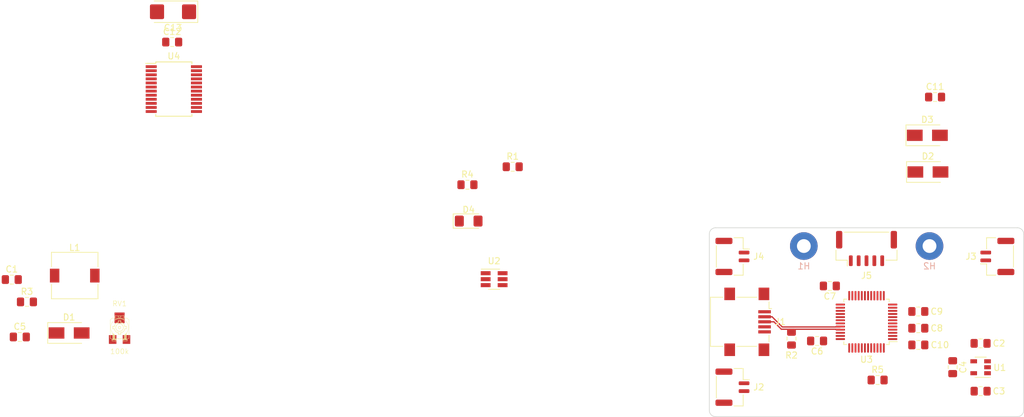
<source format=kicad_pcb>
(kicad_pcb (version 20171130) (host pcbnew "(6.0.0-rc1-dev-1583-gb0ab53ac2)")

  (general
    (thickness 1.6)
    (drawings 10)
    (tracks 8)
    (zones 0)
    (modules 35)
    (nets 26)
  )

  (page A4)
  (layers
    (0 F.Cu signal)
    (31 B.Cu signal)
    (32 B.Adhes user)
    (33 F.Adhes user)
    (34 B.Paste user)
    (35 F.Paste user)
    (36 B.SilkS user)
    (37 F.SilkS user)
    (38 B.Mask user)
    (39 F.Mask user)
    (40 Dwgs.User user hide)
    (41 Cmts.User user)
    (42 Eco1.User user)
    (43 Eco2.User user)
    (44 Edge.Cuts user)
    (45 Margin user)
    (46 B.CrtYd user)
    (47 F.CrtYd user)
    (48 B.Fab user)
    (49 F.Fab user hide)
  )

  (setup
    (last_trace_width 0.2032)
    (trace_clearance 0.1524)
    (zone_clearance 0.508)
    (zone_45_only no)
    (trace_min 0.127)
    (via_size 0.635)
    (via_drill 0.3175)
    (via_min_size 0.599999)
    (via_min_drill 0.299999)
    (uvia_size 0.635)
    (uvia_drill 0.3175)
    (uvias_allowed no)
    (uvia_min_size 0)
    (uvia_min_drill 0)
    (edge_width 0.1)
    (segment_width 0.2)
    (pcb_text_width 0.3)
    (pcb_text_size 1.5 1.5)
    (mod_edge_width 0.1524)
    (mod_text_size 1 1)
    (mod_text_width 0.15)
    (pad_size 1.524 1.524)
    (pad_drill 0.762)
    (pad_to_mask_clearance 0.0508)
    (solder_mask_min_width 0.25)
    (aux_axis_origin 0 0)
    (visible_elements 7FFFFFFF)
    (pcbplotparams
      (layerselection 0x010fc_ffffffff)
      (usegerberextensions false)
      (usegerberattributes false)
      (usegerberadvancedattributes false)
      (creategerberjobfile false)
      (excludeedgelayer true)
      (linewidth 0.100000)
      (plotframeref false)
      (viasonmask false)
      (mode 1)
      (useauxorigin false)
      (hpglpennumber 1)
      (hpglpenspeed 20)
      (hpglpendiameter 15.000000)
      (psnegative false)
      (psa4output false)
      (plotreference true)
      (plotvalue true)
      (plotinvisibletext false)
      (padsonsilk false)
      (subtractmaskfromsilk false)
      (outputformat 1)
      (mirror false)
      (drillshape 1)
      (scaleselection 1)
      (outputdirectory ""))
  )

  (net 0 "")
  (net 1 +5V)
  (net 2 GND)
  (net 3 +3V3)
  (net 4 "Net-(C4-Pad1)")
  (net 5 +10V)
  (net 6 NRST)
  (net 7 "Net-(D1-Pad2)")
  (net 8 VBUS)
  (net 9 VPP)
  (net 10 "Net-(D4-Pad2)")
  (net 11 "Net-(J1-Pad4)")
  (net 12 MOT_OUT_1)
  (net 13 MOT_OUT_2)
  (net 14 POT)
  (net 15 SWDIO)
  (net 16 SWCLK)
  (net 17 USB_DP)
  (net 18 USB_DN)
  (net 19 MOT_IN_PWM)
  (net 20 MOT_IN_1)
  (net 21 MOT_IN_2)
  (net 22 STBY)
  (net 23 TOUCH_SENSE)
  (net 24 "Net-(R3-Pad2)")
  (net 25 "Net-(R5-Pad1)")

  (net_class Default "This is the default net class."
    (clearance 0.1524)
    (trace_width 0.2032)
    (via_dia 0.635)
    (via_drill 0.3175)
    (uvia_dia 0.635)
    (uvia_drill 0.3175)
    (diff_pair_width 0.1778)
    (diff_pair_gap 0.1778)
    (add_net MOT_IN_1)
    (add_net MOT_IN_2)
    (add_net MOT_IN_PWM)
    (add_net MOT_OUT_1)
    (add_net NRST)
    (add_net "Net-(C4-Pad1)")
    (add_net "Net-(D1-Pad2)")
    (add_net "Net-(D4-Pad2)")
    (add_net "Net-(J1-Pad4)")
    (add_net "Net-(R3-Pad2)")
    (add_net "Net-(R5-Pad1)")
    (add_net POT)
    (add_net STBY)
    (add_net SWCLK)
    (add_net SWDIO)
    (add_net TOUCH_SENSE)
    (add_net USB_DN)
    (add_net USB_DP)
  )

  (net_class PowerLowVoltage ""
    (clearance 0.1524)
    (trace_width 0.4064)
    (via_dia 1.016)
    (via_drill 0.508)
    (uvia_dia 1.016)
    (uvia_drill 0.508)
    (diff_pair_width 0.1778)
    (diff_pair_gap 0.1778)
    (add_net +10V)
    (add_net +3V3)
    (add_net +5V)
    (add_net GND)
    (add_net MOT_OUT_2)
    (add_net VBUS)
    (add_net VPP)
  )

  (module Resistor_SMD:R_0805_2012Metric_Pad1.15x1.40mm_HandSolder (layer F.Cu) (tedit 5B36C52B) (tstamp 5C48D97F)
    (at 164.074998 75.184)
    (descr "Resistor SMD 0805 (2012 Metric), square (rectangular) end terminal, IPC_7351 nominal with elongated pad for handsoldering. (Body size source: https://docs.google.com/spreadsheets/d/1BsfQQcO9C6DZCsRaXUlFlo91Tg2WpOkGARC1WS5S8t0/edit?usp=sharing), generated with kicad-footprint-generator")
    (tags "resistor handsolder")
    (path /5BEDBA2D)
    (attr smd)
    (fp_text reference R5 (at 0 -1.65) (layer F.SilkS)
      (effects (font (size 1 1) (thickness 0.15)))
    )
    (fp_text value 10k (at 0 1.65) (layer F.Fab)
      (effects (font (size 1 1) (thickness 0.15)))
    )
    (fp_text user %R (at 0 0) (layer F.Fab)
      (effects (font (size 0.5 0.5) (thickness 0.08)))
    )
    (fp_line (start 1.85 0.95) (end -1.85 0.95) (layer F.CrtYd) (width 0.05))
    (fp_line (start 1.85 -0.95) (end 1.85 0.95) (layer F.CrtYd) (width 0.05))
    (fp_line (start -1.85 -0.95) (end 1.85 -0.95) (layer F.CrtYd) (width 0.05))
    (fp_line (start -1.85 0.95) (end -1.85 -0.95) (layer F.CrtYd) (width 0.05))
    (fp_line (start -0.261252 0.71) (end 0.261252 0.71) (layer F.SilkS) (width 0.12))
    (fp_line (start -0.261252 -0.71) (end 0.261252 -0.71) (layer F.SilkS) (width 0.12))
    (fp_line (start 1 0.6) (end -1 0.6) (layer F.Fab) (width 0.1))
    (fp_line (start 1 -0.6) (end 1 0.6) (layer F.Fab) (width 0.1))
    (fp_line (start -1 -0.6) (end 1 -0.6) (layer F.Fab) (width 0.1))
    (fp_line (start -1 0.6) (end -1 -0.6) (layer F.Fab) (width 0.1))
    (pad 2 smd roundrect (at 1.025 0) (size 1.15 1.4) (layers F.Cu F.Paste F.Mask) (roundrect_rratio 0.217391)
      (net 2 GND))
    (pad 1 smd roundrect (at -1.025 0) (size 1.15 1.4) (layers F.Cu F.Paste F.Mask) (roundrect_rratio 0.217391)
      (net 25 "Net-(R5-Pad1)"))
    (model ${KISYS3DMOD}/Resistor_SMD.3dshapes/R_0805_2012Metric.wrl
      (at (xyz 0 0 0))
      (scale (xyz 1 1 1))
      (rotate (xyz 0 0 0))
    )
  )

  (module Resistor_SMD:R_0805_2012Metric_Pad1.15x1.40mm_HandSolder (layer F.Cu) (tedit 5B36C52B) (tstamp 5C48D96E)
    (at 98.796999 44.069)
    (descr "Resistor SMD 0805 (2012 Metric), square (rectangular) end terminal, IPC_7351 nominal with elongated pad for handsoldering. (Body size source: https://docs.google.com/spreadsheets/d/1BsfQQcO9C6DZCsRaXUlFlo91Tg2WpOkGARC1WS5S8t0/edit?usp=sharing), generated with kicad-footprint-generator")
    (tags "resistor handsolder")
    (path /5BDBEFF0)
    (attr smd)
    (fp_text reference R4 (at 0 -1.65) (layer F.SilkS)
      (effects (font (size 1 1) (thickness 0.15)))
    )
    (fp_text value 1k (at 0 1.65) (layer F.Fab)
      (effects (font (size 1 1) (thickness 0.15)))
    )
    (fp_text user %R (at 0 0) (layer F.Fab)
      (effects (font (size 0.5 0.5) (thickness 0.08)))
    )
    (fp_line (start 1.85 0.95) (end -1.85 0.95) (layer F.CrtYd) (width 0.05))
    (fp_line (start 1.85 -0.95) (end 1.85 0.95) (layer F.CrtYd) (width 0.05))
    (fp_line (start -1.85 -0.95) (end 1.85 -0.95) (layer F.CrtYd) (width 0.05))
    (fp_line (start -1.85 0.95) (end -1.85 -0.95) (layer F.CrtYd) (width 0.05))
    (fp_line (start -0.261252 0.71) (end 0.261252 0.71) (layer F.SilkS) (width 0.12))
    (fp_line (start -0.261252 -0.71) (end 0.261252 -0.71) (layer F.SilkS) (width 0.12))
    (fp_line (start 1 0.6) (end -1 0.6) (layer F.Fab) (width 0.1))
    (fp_line (start 1 -0.6) (end 1 0.6) (layer F.Fab) (width 0.1))
    (fp_line (start -1 -0.6) (end 1 -0.6) (layer F.Fab) (width 0.1))
    (fp_line (start -1 0.6) (end -1 -0.6) (layer F.Fab) (width 0.1))
    (pad 2 smd roundrect (at 1.025 0) (size 1.15 1.4) (layers F.Cu F.Paste F.Mask) (roundrect_rratio 0.217391)
      (net 10 "Net-(D4-Pad2)"))
    (pad 1 smd roundrect (at -1.025 0) (size 1.15 1.4) (layers F.Cu F.Paste F.Mask) (roundrect_rratio 0.217391)
      (net 1 +5V))
    (model ${KISYS3DMOD}/Resistor_SMD.3dshapes/R_0805_2012Metric.wrl
      (at (xyz 0 0 0))
      (scale (xyz 1 1 1))
      (rotate (xyz 0 0 0))
    )
  )

  (module Resistor_SMD:R_0805_2012Metric_Pad1.15x1.40mm_HandSolder (layer F.Cu) (tedit 5B36C52B) (tstamp 5C4ACEA2)
    (at 28.693 62.738)
    (descr "Resistor SMD 0805 (2012 Metric), square (rectangular) end terminal, IPC_7351 nominal with elongated pad for handsoldering. (Body size source: https://docs.google.com/spreadsheets/d/1BsfQQcO9C6DZCsRaXUlFlo91Tg2WpOkGARC1WS5S8t0/edit?usp=sharing), generated with kicad-footprint-generator")
    (tags "resistor handsolder")
    (path /5BC47906)
    (attr smd)
    (fp_text reference R3 (at 0 -1.65) (layer F.SilkS)
      (effects (font (size 1 1) (thickness 0.15)))
    )
    (fp_text value 3k (at 0 1.65) (layer F.Fab)
      (effects (font (size 1 1) (thickness 0.15)))
    )
    (fp_text user %R (at 0 0) (layer F.Fab)
      (effects (font (size 0.5 0.5) (thickness 0.08)))
    )
    (fp_line (start 1.85 0.95) (end -1.85 0.95) (layer F.CrtYd) (width 0.05))
    (fp_line (start 1.85 -0.95) (end 1.85 0.95) (layer F.CrtYd) (width 0.05))
    (fp_line (start -1.85 -0.95) (end 1.85 -0.95) (layer F.CrtYd) (width 0.05))
    (fp_line (start -1.85 0.95) (end -1.85 -0.95) (layer F.CrtYd) (width 0.05))
    (fp_line (start -0.261252 0.71) (end 0.261252 0.71) (layer F.SilkS) (width 0.12))
    (fp_line (start -0.261252 -0.71) (end 0.261252 -0.71) (layer F.SilkS) (width 0.12))
    (fp_line (start 1 0.6) (end -1 0.6) (layer F.Fab) (width 0.1))
    (fp_line (start 1 -0.6) (end 1 0.6) (layer F.Fab) (width 0.1))
    (fp_line (start -1 -0.6) (end 1 -0.6) (layer F.Fab) (width 0.1))
    (fp_line (start -1 0.6) (end -1 -0.6) (layer F.Fab) (width 0.1))
    (pad 2 smd roundrect (at 1.025 0) (size 1.15 1.4) (layers F.Cu F.Paste F.Mask) (roundrect_rratio 0.217391)
      (net 24 "Net-(R3-Pad2)"))
    (pad 1 smd roundrect (at -1.025 0) (size 1.15 1.4) (layers F.Cu F.Paste F.Mask) (roundrect_rratio 0.217391)
      (net 2 GND))
    (model ${KISYS3DMOD}/Resistor_SMD.3dshapes/R_0805_2012Metric.wrl
      (at (xyz 0 0 0))
      (scale (xyz 1 1 1))
      (rotate (xyz 0 0 0))
    )
  )

  (module Resistor_SMD:R_0805_2012Metric_Pad1.15x1.40mm_HandSolder (layer F.Cu) (tedit 5B36C52B) (tstamp 5C4ACE91)
    (at 150.368 68.589 90)
    (descr "Resistor SMD 0805 (2012 Metric), square (rectangular) end terminal, IPC_7351 nominal with elongated pad for handsoldering. (Body size source: https://docs.google.com/spreadsheets/d/1BsfQQcO9C6DZCsRaXUlFlo91Tg2WpOkGARC1WS5S8t0/edit?usp=sharing), generated with kicad-footprint-generator")
    (tags "resistor handsolder")
    (path /5BDD3A19)
    (attr smd)
    (fp_text reference R2 (at -2.658 0 180) (layer F.SilkS)
      (effects (font (size 1 1) (thickness 0.15)))
    )
    (fp_text value 1.5k (at 0 1.65 90) (layer F.Fab)
      (effects (font (size 1 1) (thickness 0.15)))
    )
    (fp_text user %R (at 0 0 90) (layer F.Fab)
      (effects (font (size 0.5 0.5) (thickness 0.08)))
    )
    (fp_line (start 1.85 0.95) (end -1.85 0.95) (layer F.CrtYd) (width 0.05))
    (fp_line (start 1.85 -0.95) (end 1.85 0.95) (layer F.CrtYd) (width 0.05))
    (fp_line (start -1.85 -0.95) (end 1.85 -0.95) (layer F.CrtYd) (width 0.05))
    (fp_line (start -1.85 0.95) (end -1.85 -0.95) (layer F.CrtYd) (width 0.05))
    (fp_line (start -0.261252 0.71) (end 0.261252 0.71) (layer F.SilkS) (width 0.12))
    (fp_line (start -0.261252 -0.71) (end 0.261252 -0.71) (layer F.SilkS) (width 0.12))
    (fp_line (start 1 0.6) (end -1 0.6) (layer F.Fab) (width 0.1))
    (fp_line (start 1 -0.6) (end 1 0.6) (layer F.Fab) (width 0.1))
    (fp_line (start -1 -0.6) (end 1 -0.6) (layer F.Fab) (width 0.1))
    (fp_line (start -1 0.6) (end -1 -0.6) (layer F.Fab) (width 0.1))
    (pad 2 smd roundrect (at 1.025 0 90) (size 1.15 1.4) (layers F.Cu F.Paste F.Mask) (roundrect_rratio 0.217391)
      (net 17 USB_DP))
    (pad 1 smd roundrect (at -1.025 0 90) (size 1.15 1.4) (layers F.Cu F.Paste F.Mask) (roundrect_rratio 0.217391)
      (net 3 +3V3))
    (model ${KISYS3DMOD}/Resistor_SMD.3dshapes/R_0805_2012Metric.wrl
      (at (xyz 0 0 0))
      (scale (xyz 1 1 1))
      (rotate (xyz 0 0 0))
    )
  )

  (module Resistor_SMD:R_0805_2012Metric_Pad1.15x1.40mm_HandSolder (layer F.Cu) (tedit 5B36C52B) (tstamp 5C48D93B)
    (at 106.000001 41.207001)
    (descr "Resistor SMD 0805 (2012 Metric), square (rectangular) end terminal, IPC_7351 nominal with elongated pad for handsoldering. (Body size source: https://docs.google.com/spreadsheets/d/1BsfQQcO9C6DZCsRaXUlFlo91Tg2WpOkGARC1WS5S8t0/edit?usp=sharing), generated with kicad-footprint-generator")
    (tags "resistor handsolder")
    (path /5BDF23B7)
    (attr smd)
    (fp_text reference R1 (at 0 -1.65) (layer F.SilkS)
      (effects (font (size 1 1) (thickness 0.15)))
    )
    (fp_text value 100k (at 0 1.65) (layer F.Fab)
      (effects (font (size 1 1) (thickness 0.15)))
    )
    (fp_text user %R (at 0 0) (layer F.Fab)
      (effects (font (size 0.5 0.5) (thickness 0.08)))
    )
    (fp_line (start 1.85 0.95) (end -1.85 0.95) (layer F.CrtYd) (width 0.05))
    (fp_line (start 1.85 -0.95) (end 1.85 0.95) (layer F.CrtYd) (width 0.05))
    (fp_line (start -1.85 -0.95) (end 1.85 -0.95) (layer F.CrtYd) (width 0.05))
    (fp_line (start -1.85 0.95) (end -1.85 -0.95) (layer F.CrtYd) (width 0.05))
    (fp_line (start -0.261252 0.71) (end 0.261252 0.71) (layer F.SilkS) (width 0.12))
    (fp_line (start -0.261252 -0.71) (end 0.261252 -0.71) (layer F.SilkS) (width 0.12))
    (fp_line (start 1 0.6) (end -1 0.6) (layer F.Fab) (width 0.1))
    (fp_line (start 1 -0.6) (end 1 0.6) (layer F.Fab) (width 0.1))
    (fp_line (start -1 -0.6) (end 1 -0.6) (layer F.Fab) (width 0.1))
    (fp_line (start -1 0.6) (end -1 -0.6) (layer F.Fab) (width 0.1))
    (pad 2 smd roundrect (at 1.025 0) (size 1.15 1.4) (layers F.Cu F.Paste F.Mask) (roundrect_rratio 0.217391)
      (net 2 GND))
    (pad 1 smd roundrect (at -1.025 0) (size 1.15 1.4) (layers F.Cu F.Paste F.Mask) (roundrect_rratio 0.217391)
      (net 11 "Net-(J1-Pad4)"))
    (model ${KISYS3DMOD}/Resistor_SMD.3dshapes/R_0805_2012Metric.wrl
      (at (xyz 0 0 0))
      (scale (xyz 1 1 1))
      (rotate (xyz 0 0 0))
    )
  )

  (module Connector_JST:JST_GH_BM05B-GHS-TBT_1x05-1MP_P1.25mm_Vertical (layer F.Cu) (tedit 5B78AD87) (tstamp 5C48A6C0)
    (at 162.306 54.229)
    (descr "JST GH series connector, BM05B-GHS-TBT (http://www.jst-mfg.com/product/pdf/eng/eGH.pdf), generated with kicad-footprint-generator")
    (tags "connector JST GH side entry")
    (path /5BB23A1B)
    (attr smd)
    (fp_text reference J5 (at 0 4.318) (layer F.SilkS)
      (effects (font (size 1 1) (thickness 0.15)))
    )
    (fp_text value DEBUG (at -0.127 -4.318) (layer F.Fab)
      (effects (font (size 1 1) (thickness 0.15)))
    )
    (fp_text user %R (at 0 -1.5) (layer F.Fab)
      (effects (font (size 1 1) (thickness 0.15)))
    )
    (fp_line (start -2.5 1.042893) (end -2 1.75) (layer F.Fab) (width 0.1))
    (fp_line (start -3 1.75) (end -2.5 1.042893) (layer F.Fab) (width 0.1))
    (fp_line (start 5.35 -3.3) (end -5.35 -3.3) (layer F.CrtYd) (width 0.05))
    (fp_line (start 5.35 3.3) (end 5.35 -3.3) (layer F.CrtYd) (width 0.05))
    (fp_line (start -5.35 3.3) (end 5.35 3.3) (layer F.CrtYd) (width 0.05))
    (fp_line (start -5.35 -3.3) (end -5.35 3.3) (layer F.CrtYd) (width 0.05))
    (fp_line (start 2.75 -0.5) (end 2.25 -0.5) (layer F.Fab) (width 0.1))
    (fp_line (start 2.75 0) (end 2.75 -0.5) (layer F.Fab) (width 0.1))
    (fp_line (start 2.25 0) (end 2.75 0) (layer F.Fab) (width 0.1))
    (fp_line (start 2.25 -0.5) (end 2.25 0) (layer F.Fab) (width 0.1))
    (fp_line (start 1.5 -0.5) (end 1 -0.5) (layer F.Fab) (width 0.1))
    (fp_line (start 1.5 0) (end 1.5 -0.5) (layer F.Fab) (width 0.1))
    (fp_line (start 1 0) (end 1.5 0) (layer F.Fab) (width 0.1))
    (fp_line (start 1 -0.5) (end 1 0) (layer F.Fab) (width 0.1))
    (fp_line (start 0.25 -0.5) (end -0.25 -0.5) (layer F.Fab) (width 0.1))
    (fp_line (start 0.25 0) (end 0.25 -0.5) (layer F.Fab) (width 0.1))
    (fp_line (start -0.25 0) (end 0.25 0) (layer F.Fab) (width 0.1))
    (fp_line (start -0.25 -0.5) (end -0.25 0) (layer F.Fab) (width 0.1))
    (fp_line (start -1 -0.5) (end -1.5 -0.5) (layer F.Fab) (width 0.1))
    (fp_line (start -1 0) (end -1 -0.5) (layer F.Fab) (width 0.1))
    (fp_line (start -1.5 0) (end -1 0) (layer F.Fab) (width 0.1))
    (fp_line (start -1.5 -0.5) (end -1.5 0) (layer F.Fab) (width 0.1))
    (fp_line (start -2.25 -0.5) (end -2.75 -0.5) (layer F.Fab) (width 0.1))
    (fp_line (start -2.25 0) (end -2.25 -0.5) (layer F.Fab) (width 0.1))
    (fp_line (start -2.75 0) (end -2.25 0) (layer F.Fab) (width 0.1))
    (fp_line (start -2.75 -0.5) (end -2.75 0) (layer F.Fab) (width 0.1))
    (fp_line (start 4.75 1.75) (end 4.75 -2.5) (layer F.Fab) (width 0.1))
    (fp_line (start -4.75 1.75) (end -4.75 -2.5) (layer F.Fab) (width 0.1))
    (fp_line (start -4.75 -2.5) (end 4.75 -2.5) (layer F.Fab) (width 0.1))
    (fp_line (start -3.59 -2.61) (end 3.59 -2.61) (layer F.SilkS) (width 0.12))
    (fp_line (start 4.86 1.86) (end 3.06 1.86) (layer F.SilkS) (width 0.12))
    (fp_line (start 4.86 0.26) (end 4.86 1.86) (layer F.SilkS) (width 0.12))
    (fp_line (start -3.06 1.86) (end -3.06 2.8) (layer F.SilkS) (width 0.12))
    (fp_line (start -4.86 1.86) (end -3.06 1.86) (layer F.SilkS) (width 0.12))
    (fp_line (start -4.86 0.26) (end -4.86 1.86) (layer F.SilkS) (width 0.12))
    (fp_line (start -4.75 1.75) (end 4.75 1.75) (layer F.Fab) (width 0.1))
    (pad MP smd roundrect (at 4.35 -1.4) (size 1 2.8) (layers F.Cu F.Paste F.Mask) (roundrect_rratio 0.25))
    (pad MP smd roundrect (at -4.35 -1.4) (size 1 2.8) (layers F.Cu F.Paste F.Mask) (roundrect_rratio 0.25))
    (pad 5 smd roundrect (at 2.5 1.95) (size 0.6 1.7) (layers F.Cu F.Paste F.Mask) (roundrect_rratio 0.25)
      (net 6 NRST))
    (pad 4 smd roundrect (at 1.25 1.95) (size 0.6 1.7) (layers F.Cu F.Paste F.Mask) (roundrect_rratio 0.25)
      (net 9 VPP))
    (pad 3 smd roundrect (at 0 1.95) (size 0.6 1.7) (layers F.Cu F.Paste F.Mask) (roundrect_rratio 0.25)
      (net 16 SWCLK))
    (pad 2 smd roundrect (at -1.25 1.95) (size 0.6 1.7) (layers F.Cu F.Paste F.Mask) (roundrect_rratio 0.25)
      (net 2 GND))
    (pad 1 smd roundrect (at -2.5 1.95) (size 0.6 1.7) (layers F.Cu F.Paste F.Mask) (roundrect_rratio 0.25)
      (net 15 SWDIO))
    (model ${KISYS3DMOD}/Connector_JST.3dshapes/JST_GH_BM05B-GHS-TBT_1x05-1MP_P1.25mm_Vertical.wrl
      (at (xyz 0 0 0))
      (scale (xyz 1 1 1))
      (rotate (xyz 0 0 0))
    )
  )

  (module Connector_JST:JST_GH_SM02B-GHS-TB_1x02-1MP_P1.25mm_Horizontal (layer F.Cu) (tedit 5B78AD87) (tstamp 5C4A4189)
    (at 140.97 55.499 270)
    (descr "JST GH series connector, SM02B-GHS-TB (http://www.jst-mfg.com/product/pdf/eng/eGH.pdf), generated with kicad-footprint-generator")
    (tags "connector JST GH top entry")
    (path /5C4B92E9)
    (attr smd)
    (fp_text reference J4 (at 0 -4.191) (layer F.SilkS)
      (effects (font (size 1 1) (thickness 0.15)))
    )
    (fp_text value TAPER_LEFT (at 0 3.9 270) (layer F.Fab)
      (effects (font (size 1 1) (thickness 0.15)))
    )
    (fp_text user %R (at 0 0 270) (layer F.Fab)
      (effects (font (size 1 1) (thickness 0.15)))
    )
    (fp_line (start -0.625 -0.892893) (end -0.125 -1.6) (layer F.Fab) (width 0.1))
    (fp_line (start -1.125 -1.6) (end -0.625 -0.892893) (layer F.Fab) (width 0.1))
    (fp_line (start 3.48 -3.2) (end -3.48 -3.2) (layer F.CrtYd) (width 0.05))
    (fp_line (start 3.48 3.2) (end 3.48 -3.2) (layer F.CrtYd) (width 0.05))
    (fp_line (start -3.48 3.2) (end 3.48 3.2) (layer F.CrtYd) (width 0.05))
    (fp_line (start -3.48 -3.2) (end -3.48 3.2) (layer F.CrtYd) (width 0.05))
    (fp_line (start 2.875 -1.6) (end 2.875 2.45) (layer F.Fab) (width 0.1))
    (fp_line (start -2.875 -1.6) (end -2.875 2.45) (layer F.Fab) (width 0.1))
    (fp_line (start -2.875 2.45) (end 2.875 2.45) (layer F.Fab) (width 0.1))
    (fp_line (start -1.715 2.56) (end 1.715 2.56) (layer F.SilkS) (width 0.12))
    (fp_line (start 2.985 -1.71) (end 1.185 -1.71) (layer F.SilkS) (width 0.12))
    (fp_line (start 2.985 -0.26) (end 2.985 -1.71) (layer F.SilkS) (width 0.12))
    (fp_line (start -1.185 -1.71) (end -1.185 -2.7) (layer F.SilkS) (width 0.12))
    (fp_line (start -2.985 -1.71) (end -1.185 -1.71) (layer F.SilkS) (width 0.12))
    (fp_line (start -2.985 -0.26) (end -2.985 -1.71) (layer F.SilkS) (width 0.12))
    (fp_line (start -2.875 -1.6) (end 2.875 -1.6) (layer F.Fab) (width 0.1))
    (pad MP smd roundrect (at 2.475 1.35 270) (size 1 2.7) (layers F.Cu F.Paste F.Mask) (roundrect_rratio 0.25))
    (pad MP smd roundrect (at -2.475 1.35 270) (size 1 2.7) (layers F.Cu F.Paste F.Mask) (roundrect_rratio 0.25))
    (pad 2 smd roundrect (at 0.625 -1.85 270) (size 0.6 1.7) (layers F.Cu F.Paste F.Mask) (roundrect_rratio 0.25)
      (net 2 GND))
    (pad 1 smd roundrect (at -0.625 -1.85 270) (size 0.6 1.7) (layers F.Cu F.Paste F.Mask) (roundrect_rratio 0.25)
      (net 23 TOUCH_SENSE))
    (model ${KISYS3DMOD}/Connector_JST.3dshapes/JST_GH_SM02B-GHS-TB_1x02-1MP_P1.25mm_Horizontal.wrl
      (at (xyz 0 0 0))
      (scale (xyz 1 1 1))
      (rotate (xyz 0 0 0))
    )
  )

  (module Connector_JST:JST_GH_SM02B-GHS-TB_1x02-1MP_P1.25mm_Horizontal (layer F.Cu) (tedit 5B78AD87) (tstamp 5C48D8E9)
    (at 183.134 55.499 90)
    (descr "JST GH series connector, SM02B-GHS-TB (http://www.jst-mfg.com/product/pdf/eng/eGH.pdf), generated with kicad-footprint-generator")
    (tags "connector JST GH top entry")
    (path /5C4B71BA)
    (attr smd)
    (fp_text reference J3 (at 0 -4.191 180) (layer F.SilkS)
      (effects (font (size 1 1) (thickness 0.15)))
    )
    (fp_text value TAPER_RIGHT (at 0 3.9 90) (layer F.Fab)
      (effects (font (size 1 1) (thickness 0.15)))
    )
    (fp_text user %R (at 0 0 90) (layer F.Fab)
      (effects (font (size 1 1) (thickness 0.15)))
    )
    (fp_line (start -0.625 -0.892893) (end -0.125 -1.6) (layer F.Fab) (width 0.1))
    (fp_line (start -1.125 -1.6) (end -0.625 -0.892893) (layer F.Fab) (width 0.1))
    (fp_line (start 3.48 -3.2) (end -3.48 -3.2) (layer F.CrtYd) (width 0.05))
    (fp_line (start 3.48 3.2) (end 3.48 -3.2) (layer F.CrtYd) (width 0.05))
    (fp_line (start -3.48 3.2) (end 3.48 3.2) (layer F.CrtYd) (width 0.05))
    (fp_line (start -3.48 -3.2) (end -3.48 3.2) (layer F.CrtYd) (width 0.05))
    (fp_line (start 2.875 -1.6) (end 2.875 2.45) (layer F.Fab) (width 0.1))
    (fp_line (start -2.875 -1.6) (end -2.875 2.45) (layer F.Fab) (width 0.1))
    (fp_line (start -2.875 2.45) (end 2.875 2.45) (layer F.Fab) (width 0.1))
    (fp_line (start -1.715 2.56) (end 1.715 2.56) (layer F.SilkS) (width 0.12))
    (fp_line (start 2.985 -1.71) (end 1.185 -1.71) (layer F.SilkS) (width 0.12))
    (fp_line (start 2.985 -0.26) (end 2.985 -1.71) (layer F.SilkS) (width 0.12))
    (fp_line (start -1.185 -1.71) (end -1.185 -2.7) (layer F.SilkS) (width 0.12))
    (fp_line (start -2.985 -1.71) (end -1.185 -1.71) (layer F.SilkS) (width 0.12))
    (fp_line (start -2.985 -0.26) (end -2.985 -1.71) (layer F.SilkS) (width 0.12))
    (fp_line (start -2.875 -1.6) (end 2.875 -1.6) (layer F.Fab) (width 0.1))
    (pad MP smd roundrect (at 2.475 1.35 90) (size 1 2.7) (layers F.Cu F.Paste F.Mask) (roundrect_rratio 0.25))
    (pad MP smd roundrect (at -2.475 1.35 90) (size 1 2.7) (layers F.Cu F.Paste F.Mask) (roundrect_rratio 0.25))
    (pad 2 smd roundrect (at 0.625 -1.85 90) (size 0.6 1.7) (layers F.Cu F.Paste F.Mask) (roundrect_rratio 0.25)
      (net 14 POT))
    (pad 1 smd roundrect (at -0.625 -1.85 90) (size 0.6 1.7) (layers F.Cu F.Paste F.Mask) (roundrect_rratio 0.25)
      (net 3 +3V3))
    (model ${KISYS3DMOD}/Connector_JST.3dshapes/JST_GH_SM02B-GHS-TB_1x02-1MP_P1.25mm_Horizontal.wrl
      (at (xyz 0 0 0))
      (scale (xyz 1 1 1))
      (rotate (xyz 0 0 0))
    )
  )

  (module Connector_JST:JST_GH_SM02B-GHS-TB_1x02-1MP_P1.25mm_Horizontal (layer F.Cu) (tedit 5B78AD87) (tstamp 5C49C478)
    (at 140.97 76.327 270)
    (descr "JST GH series connector, SM02B-GHS-TB (http://www.jst-mfg.com/product/pdf/eng/eGH.pdf), generated with kicad-footprint-generator")
    (tags "connector JST GH top entry")
    (path /5C4C8209)
    (attr smd)
    (fp_text reference J2 (at 0 -4.191) (layer F.SilkS)
      (effects (font (size 1 1) (thickness 0.15)))
    )
    (fp_text value MOTOR (at 0 3.9 270) (layer F.Fab)
      (effects (font (size 1 1) (thickness 0.15)))
    )
    (fp_text user %R (at 0 0 270) (layer F.Fab)
      (effects (font (size 1 1) (thickness 0.15)))
    )
    (fp_line (start -0.625 -0.892893) (end -0.125 -1.6) (layer F.Fab) (width 0.1))
    (fp_line (start -1.125 -1.6) (end -0.625 -0.892893) (layer F.Fab) (width 0.1))
    (fp_line (start 3.48 -3.2) (end -3.48 -3.2) (layer F.CrtYd) (width 0.05))
    (fp_line (start 3.48 3.2) (end 3.48 -3.2) (layer F.CrtYd) (width 0.05))
    (fp_line (start -3.48 3.2) (end 3.48 3.2) (layer F.CrtYd) (width 0.05))
    (fp_line (start -3.48 -3.2) (end -3.48 3.2) (layer F.CrtYd) (width 0.05))
    (fp_line (start 2.875 -1.6) (end 2.875 2.45) (layer F.Fab) (width 0.1))
    (fp_line (start -2.875 -1.6) (end -2.875 2.45) (layer F.Fab) (width 0.1))
    (fp_line (start -2.875 2.45) (end 2.875 2.45) (layer F.Fab) (width 0.1))
    (fp_line (start -1.715 2.56) (end 1.715 2.56) (layer F.SilkS) (width 0.12))
    (fp_line (start 2.985 -1.71) (end 1.185 -1.71) (layer F.SilkS) (width 0.12))
    (fp_line (start 2.985 -0.26) (end 2.985 -1.71) (layer F.SilkS) (width 0.12))
    (fp_line (start -1.185 -1.71) (end -1.185 -2.7) (layer F.SilkS) (width 0.12))
    (fp_line (start -2.985 -1.71) (end -1.185 -1.71) (layer F.SilkS) (width 0.12))
    (fp_line (start -2.985 -0.26) (end -2.985 -1.71) (layer F.SilkS) (width 0.12))
    (fp_line (start -2.875 -1.6) (end 2.875 -1.6) (layer F.Fab) (width 0.1))
    (pad MP smd roundrect (at 2.475 1.35 270) (size 1 2.7) (layers F.Cu F.Paste F.Mask) (roundrect_rratio 0.25))
    (pad MP smd roundrect (at -2.475 1.35 270) (size 1 2.7) (layers F.Cu F.Paste F.Mask) (roundrect_rratio 0.25))
    (pad 2 smd roundrect (at 0.625 -1.85 270) (size 0.6 1.7) (layers F.Cu F.Paste F.Mask) (roundrect_rratio 0.25)
      (net 13 MOT_OUT_2))
    (pad 1 smd roundrect (at -0.625 -1.85 270) (size 0.6 1.7) (layers F.Cu F.Paste F.Mask) (roundrect_rratio 0.25)
      (net 12 MOT_OUT_1))
    (model ${KISYS3DMOD}/Connector_JST.3dshapes/JST_GH_SM02B-GHS-TB_1x02-1MP_P1.25mm_Horizontal.wrl
      (at (xyz 0 0 0))
      (scale (xyz 1 1 1))
      (rotate (xyz 0 0 0))
    )
  )

  (module Diode_SMD:D_SMA (layer F.Cu) (tedit 586432E5) (tstamp 5C48D841)
    (at 171.99 36.195)
    (descr "Diode SMA (DO-214AC)")
    (tags "Diode SMA (DO-214AC)")
    (path /5C4C2FBE)
    (attr smd)
    (fp_text reference D3 (at 0 -2.5) (layer F.SilkS)
      (effects (font (size 1 1) (thickness 0.15)))
    )
    (fp_text value STPS1L40 (at 0 2.6) (layer F.Fab)
      (effects (font (size 1 1) (thickness 0.15)))
    )
    (fp_line (start -3.4 -1.65) (end 2 -1.65) (layer F.SilkS) (width 0.12))
    (fp_line (start -3.4 1.65) (end 2 1.65) (layer F.SilkS) (width 0.12))
    (fp_line (start -0.64944 0.00102) (end 0.50118 -0.79908) (layer F.Fab) (width 0.1))
    (fp_line (start -0.64944 0.00102) (end 0.50118 0.75032) (layer F.Fab) (width 0.1))
    (fp_line (start 0.50118 0.75032) (end 0.50118 -0.79908) (layer F.Fab) (width 0.1))
    (fp_line (start -0.64944 -0.79908) (end -0.64944 0.80112) (layer F.Fab) (width 0.1))
    (fp_line (start 0.50118 0.00102) (end 1.4994 0.00102) (layer F.Fab) (width 0.1))
    (fp_line (start -0.64944 0.00102) (end -1.55114 0.00102) (layer F.Fab) (width 0.1))
    (fp_line (start -3.5 1.75) (end -3.5 -1.75) (layer F.CrtYd) (width 0.05))
    (fp_line (start 3.5 1.75) (end -3.5 1.75) (layer F.CrtYd) (width 0.05))
    (fp_line (start 3.5 -1.75) (end 3.5 1.75) (layer F.CrtYd) (width 0.05))
    (fp_line (start -3.5 -1.75) (end 3.5 -1.75) (layer F.CrtYd) (width 0.05))
    (fp_line (start 2.3 -1.5) (end -2.3 -1.5) (layer F.Fab) (width 0.1))
    (fp_line (start 2.3 -1.5) (end 2.3 1.5) (layer F.Fab) (width 0.1))
    (fp_line (start -2.3 1.5) (end -2.3 -1.5) (layer F.Fab) (width 0.1))
    (fp_line (start 2.3 1.5) (end -2.3 1.5) (layer F.Fab) (width 0.1))
    (fp_line (start -3.4 -1.65) (end -3.4 1.65) (layer F.SilkS) (width 0.12))
    (fp_text user %R (at 0 -2.5) (layer F.Fab)
      (effects (font (size 1 1) (thickness 0.15)))
    )
    (pad 2 smd rect (at 2 0) (size 2.5 1.8) (layers F.Cu F.Paste F.Mask)
      (net 9 VPP))
    (pad 1 smd rect (at -2 0) (size 2.5 1.8) (layers F.Cu F.Paste F.Mask)
      (net 1 +5V))
    (model ${KISYS3DMOD}/Diode_SMD.3dshapes/D_SMA.wrl
      (at (xyz 0 0 0))
      (scale (xyz 1 1 1))
      (rotate (xyz 0 0 0))
    )
  )

  (module Diode_SMD:D_SMA (layer F.Cu) (tedit 586432E5) (tstamp 5C48D829)
    (at 172.085 42.037)
    (descr "Diode SMA (DO-214AC)")
    (tags "Diode SMA (DO-214AC)")
    (path /5C4BAB9A)
    (attr smd)
    (fp_text reference D2 (at 0 -2.5) (layer F.SilkS)
      (effects (font (size 1 1) (thickness 0.15)))
    )
    (fp_text value STPS1L40 (at 0 2.6) (layer F.Fab)
      (effects (font (size 1 1) (thickness 0.15)))
    )
    (fp_line (start -3.4 -1.65) (end 2 -1.65) (layer F.SilkS) (width 0.12))
    (fp_line (start -3.4 1.65) (end 2 1.65) (layer F.SilkS) (width 0.12))
    (fp_line (start -0.64944 0.00102) (end 0.50118 -0.79908) (layer F.Fab) (width 0.1))
    (fp_line (start -0.64944 0.00102) (end 0.50118 0.75032) (layer F.Fab) (width 0.1))
    (fp_line (start 0.50118 0.75032) (end 0.50118 -0.79908) (layer F.Fab) (width 0.1))
    (fp_line (start -0.64944 -0.79908) (end -0.64944 0.80112) (layer F.Fab) (width 0.1))
    (fp_line (start 0.50118 0.00102) (end 1.4994 0.00102) (layer F.Fab) (width 0.1))
    (fp_line (start -0.64944 0.00102) (end -1.55114 0.00102) (layer F.Fab) (width 0.1))
    (fp_line (start -3.5 1.75) (end -3.5 -1.75) (layer F.CrtYd) (width 0.05))
    (fp_line (start 3.5 1.75) (end -3.5 1.75) (layer F.CrtYd) (width 0.05))
    (fp_line (start 3.5 -1.75) (end 3.5 1.75) (layer F.CrtYd) (width 0.05))
    (fp_line (start -3.5 -1.75) (end 3.5 -1.75) (layer F.CrtYd) (width 0.05))
    (fp_line (start 2.3 -1.5) (end -2.3 -1.5) (layer F.Fab) (width 0.1))
    (fp_line (start 2.3 -1.5) (end 2.3 1.5) (layer F.Fab) (width 0.1))
    (fp_line (start -2.3 1.5) (end -2.3 -1.5) (layer F.Fab) (width 0.1))
    (fp_line (start 2.3 1.5) (end -2.3 1.5) (layer F.Fab) (width 0.1))
    (fp_line (start -3.4 -1.65) (end -3.4 1.65) (layer F.SilkS) (width 0.12))
    (fp_text user %R (at 0 -2.5) (layer F.Fab)
      (effects (font (size 1 1) (thickness 0.15)))
    )
    (pad 2 smd rect (at 2 0) (size 2.5 1.8) (layers F.Cu F.Paste F.Mask)
      (net 8 VBUS))
    (pad 1 smd rect (at -2 0) (size 2.5 1.8) (layers F.Cu F.Paste F.Mask)
      (net 1 +5V))
    (model ${KISYS3DMOD}/Diode_SMD.3dshapes/D_SMA.wrl
      (at (xyz 0 0 0))
      (scale (xyz 1 1 1))
      (rotate (xyz 0 0 0))
    )
  )

  (module Diode_SMD:D_SMA (layer F.Cu) (tedit 586432E5) (tstamp 5C48D811)
    (at 35.401 67.691)
    (descr "Diode SMA (DO-214AC)")
    (tags "Diode SMA (DO-214AC)")
    (path /5C4C4325)
    (attr smd)
    (fp_text reference D1 (at 0 -2.5) (layer F.SilkS)
      (effects (font (size 1 1) (thickness 0.15)))
    )
    (fp_text value STPS1L40 (at 0 2.6) (layer F.Fab)
      (effects (font (size 1 1) (thickness 0.15)))
    )
    (fp_line (start -3.4 -1.65) (end 2 -1.65) (layer F.SilkS) (width 0.12))
    (fp_line (start -3.4 1.65) (end 2 1.65) (layer F.SilkS) (width 0.12))
    (fp_line (start -0.64944 0.00102) (end 0.50118 -0.79908) (layer F.Fab) (width 0.1))
    (fp_line (start -0.64944 0.00102) (end 0.50118 0.75032) (layer F.Fab) (width 0.1))
    (fp_line (start 0.50118 0.75032) (end 0.50118 -0.79908) (layer F.Fab) (width 0.1))
    (fp_line (start -0.64944 -0.79908) (end -0.64944 0.80112) (layer F.Fab) (width 0.1))
    (fp_line (start 0.50118 0.00102) (end 1.4994 0.00102) (layer F.Fab) (width 0.1))
    (fp_line (start -0.64944 0.00102) (end -1.55114 0.00102) (layer F.Fab) (width 0.1))
    (fp_line (start -3.5 1.75) (end -3.5 -1.75) (layer F.CrtYd) (width 0.05))
    (fp_line (start 3.5 1.75) (end -3.5 1.75) (layer F.CrtYd) (width 0.05))
    (fp_line (start 3.5 -1.75) (end 3.5 1.75) (layer F.CrtYd) (width 0.05))
    (fp_line (start -3.5 -1.75) (end 3.5 -1.75) (layer F.CrtYd) (width 0.05))
    (fp_line (start 2.3 -1.5) (end -2.3 -1.5) (layer F.Fab) (width 0.1))
    (fp_line (start 2.3 -1.5) (end 2.3 1.5) (layer F.Fab) (width 0.1))
    (fp_line (start -2.3 1.5) (end -2.3 -1.5) (layer F.Fab) (width 0.1))
    (fp_line (start 2.3 1.5) (end -2.3 1.5) (layer F.Fab) (width 0.1))
    (fp_line (start -3.4 -1.65) (end -3.4 1.65) (layer F.SilkS) (width 0.12))
    (fp_text user %R (at 0 -2.5) (layer F.Fab)
      (effects (font (size 1 1) (thickness 0.15)))
    )
    (pad 2 smd rect (at 2 0) (size 2.5 1.8) (layers F.Cu F.Paste F.Mask)
      (net 7 "Net-(D1-Pad2)"))
    (pad 1 smd rect (at -2 0) (size 2.5 1.8) (layers F.Cu F.Paste F.Mask)
      (net 5 +10V))
    (model ${KISYS3DMOD}/Diode_SMD.3dshapes/D_SMA.wrl
      (at (xyz 0 0 0))
      (scale (xyz 1 1 1))
      (rotate (xyz 0 0 0))
    )
  )

  (module Capacitor_Tantalum_SMD:CP_EIA-6032-28_Kemet-C_Pad2.25x2.35mm_HandSolder (layer F.Cu) (tedit 5B301BBE) (tstamp 5C48D7F9)
    (at 51.943 16.51 180)
    (descr "Tantalum Capacitor SMD Kemet-C (6032-28 Metric), IPC_7351 nominal, (Body size from: http://www.kemet.com/Lists/ProductCatalog/Attachments/253/KEM_TC101_STD.pdf), generated with kicad-footprint-generator")
    (tags "capacitor tantalum")
    (path /5BD914EE)
    (attr smd)
    (fp_text reference C13 (at 0 -2.55 180) (layer F.SilkS)
      (effects (font (size 1 1) (thickness 0.15)))
    )
    (fp_text value 10µ (at 0 2.55 180) (layer F.Fab)
      (effects (font (size 1 1) (thickness 0.15)))
    )
    (fp_text user %R (at 0 0 180) (layer F.Fab)
      (effects (font (size 1 1) (thickness 0.15)))
    )
    (fp_line (start 3.92 1.85) (end -3.92 1.85) (layer F.CrtYd) (width 0.05))
    (fp_line (start 3.92 -1.85) (end 3.92 1.85) (layer F.CrtYd) (width 0.05))
    (fp_line (start -3.92 -1.85) (end 3.92 -1.85) (layer F.CrtYd) (width 0.05))
    (fp_line (start -3.92 1.85) (end -3.92 -1.85) (layer F.CrtYd) (width 0.05))
    (fp_line (start -3.935 1.71) (end 3 1.71) (layer F.SilkS) (width 0.12))
    (fp_line (start -3.935 -1.71) (end -3.935 1.71) (layer F.SilkS) (width 0.12))
    (fp_line (start 3 -1.71) (end -3.935 -1.71) (layer F.SilkS) (width 0.12))
    (fp_line (start 3 1.6) (end 3 -1.6) (layer F.Fab) (width 0.1))
    (fp_line (start -3 1.6) (end 3 1.6) (layer F.Fab) (width 0.1))
    (fp_line (start -3 -0.8) (end -3 1.6) (layer F.Fab) (width 0.1))
    (fp_line (start -2.2 -1.6) (end -3 -0.8) (layer F.Fab) (width 0.1))
    (fp_line (start 3 -1.6) (end -2.2 -1.6) (layer F.Fab) (width 0.1))
    (pad 2 smd roundrect (at 2.55 0 180) (size 2.25 2.35) (layers F.Cu F.Paste F.Mask) (roundrect_rratio 0.111111)
      (net 2 GND))
    (pad 1 smd roundrect (at -2.55 0 180) (size 2.25 2.35) (layers F.Cu F.Paste F.Mask) (roundrect_rratio 0.111111)
      (net 5 +10V))
    (model ${KISYS3DMOD}/Capacitor_Tantalum_SMD.3dshapes/CP_EIA-6032-28_Kemet-C.wrl
      (at (xyz 0 0 0))
      (scale (xyz 1 1 1))
      (rotate (xyz 0 0 0))
    )
  )

  (module Capacitor_SMD:C_0805_2012Metric_Pad1.15x1.40mm_HandSolder (layer F.Cu) (tedit 5B36C52B) (tstamp 5C4A747E)
    (at 51.807 21.336)
    (descr "Capacitor SMD 0805 (2012 Metric), square (rectangular) end terminal, IPC_7351 nominal with elongated pad for handsoldering. (Body size source: https://docs.google.com/spreadsheets/d/1BsfQQcO9C6DZCsRaXUlFlo91Tg2WpOkGARC1WS5S8t0/edit?usp=sharing), generated with kicad-footprint-generator")
    (tags "capacitor handsolder")
    (path /5BD9166F)
    (attr smd)
    (fp_text reference C12 (at 0 -1.65) (layer F.SilkS)
      (effects (font (size 1 1) (thickness 0.15)))
    )
    (fp_text value 100n (at 0 1.65) (layer F.Fab)
      (effects (font (size 1 1) (thickness 0.15)))
    )
    (fp_text user %R (at 0 0) (layer F.Fab)
      (effects (font (size 0.5 0.5) (thickness 0.08)))
    )
    (fp_line (start 1.85 0.95) (end -1.85 0.95) (layer F.CrtYd) (width 0.05))
    (fp_line (start 1.85 -0.95) (end 1.85 0.95) (layer F.CrtYd) (width 0.05))
    (fp_line (start -1.85 -0.95) (end 1.85 -0.95) (layer F.CrtYd) (width 0.05))
    (fp_line (start -1.85 0.95) (end -1.85 -0.95) (layer F.CrtYd) (width 0.05))
    (fp_line (start -0.261252 0.71) (end 0.261252 0.71) (layer F.SilkS) (width 0.12))
    (fp_line (start -0.261252 -0.71) (end 0.261252 -0.71) (layer F.SilkS) (width 0.12))
    (fp_line (start 1 0.6) (end -1 0.6) (layer F.Fab) (width 0.1))
    (fp_line (start 1 -0.6) (end 1 0.6) (layer F.Fab) (width 0.1))
    (fp_line (start -1 -0.6) (end 1 -0.6) (layer F.Fab) (width 0.1))
    (fp_line (start -1 0.6) (end -1 -0.6) (layer F.Fab) (width 0.1))
    (pad 2 smd roundrect (at 1.025 0) (size 1.15 1.4) (layers F.Cu F.Paste F.Mask) (roundrect_rratio 0.217391)
      (net 5 +10V))
    (pad 1 smd roundrect (at -1.025 0) (size 1.15 1.4) (layers F.Cu F.Paste F.Mask) (roundrect_rratio 0.217391)
      (net 2 GND))
    (model ${KISYS3DMOD}/Capacitor_SMD.3dshapes/C_0805_2012Metric.wrl
      (at (xyz 0 0 0))
      (scale (xyz 1 1 1))
      (rotate (xyz 0 0 0))
    )
  )

  (module Capacitor_SMD:C_0805_2012Metric_Pad1.15x1.40mm_HandSolder (layer F.Cu) (tedit 5B36C52B) (tstamp 5C48D7D5)
    (at 173.219 30.099)
    (descr "Capacitor SMD 0805 (2012 Metric), square (rectangular) end terminal, IPC_7351 nominal with elongated pad for handsoldering. (Body size source: https://docs.google.com/spreadsheets/d/1BsfQQcO9C6DZCsRaXUlFlo91Tg2WpOkGARC1WS5S8t0/edit?usp=sharing), generated with kicad-footprint-generator")
    (tags "capacitor handsolder")
    (path /5BE9CDDD)
    (attr smd)
    (fp_text reference C11 (at 0 -1.65) (layer F.SilkS)
      (effects (font (size 1 1) (thickness 0.15)))
    )
    (fp_text value 100n (at 0 1.65) (layer F.Fab)
      (effects (font (size 1 1) (thickness 0.15)))
    )
    (fp_text user %R (at 0 0) (layer F.Fab)
      (effects (font (size 0.5 0.5) (thickness 0.08)))
    )
    (fp_line (start 1.85 0.95) (end -1.85 0.95) (layer F.CrtYd) (width 0.05))
    (fp_line (start 1.85 -0.95) (end 1.85 0.95) (layer F.CrtYd) (width 0.05))
    (fp_line (start -1.85 -0.95) (end 1.85 -0.95) (layer F.CrtYd) (width 0.05))
    (fp_line (start -1.85 0.95) (end -1.85 -0.95) (layer F.CrtYd) (width 0.05))
    (fp_line (start -0.261252 0.71) (end 0.261252 0.71) (layer F.SilkS) (width 0.12))
    (fp_line (start -0.261252 -0.71) (end 0.261252 -0.71) (layer F.SilkS) (width 0.12))
    (fp_line (start 1 0.6) (end -1 0.6) (layer F.Fab) (width 0.1))
    (fp_line (start 1 -0.6) (end 1 0.6) (layer F.Fab) (width 0.1))
    (fp_line (start -1 -0.6) (end 1 -0.6) (layer F.Fab) (width 0.1))
    (fp_line (start -1 0.6) (end -1 -0.6) (layer F.Fab) (width 0.1))
    (pad 2 smd roundrect (at 1.025 0) (size 1.15 1.4) (layers F.Cu F.Paste F.Mask) (roundrect_rratio 0.217391)
      (net 2 GND))
    (pad 1 smd roundrect (at -1.025 0) (size 1.15 1.4) (layers F.Cu F.Paste F.Mask) (roundrect_rratio 0.217391)
      (net 1 +5V))
    (model ${KISYS3DMOD}/Capacitor_SMD.3dshapes/C_0805_2012Metric.wrl
      (at (xyz 0 0 0))
      (scale (xyz 1 1 1))
      (rotate (xyz 0 0 0))
    )
  )

  (module Capacitor_SMD:C_0805_2012Metric_Pad1.15x1.40mm_HandSolder (layer F.Cu) (tedit 5B36C52B) (tstamp 5C48D7C4)
    (at 170.552 69.596)
    (descr "Capacitor SMD 0805 (2012 Metric), square (rectangular) end terminal, IPC_7351 nominal with elongated pad for handsoldering. (Body size source: https://docs.google.com/spreadsheets/d/1BsfQQcO9C6DZCsRaXUlFlo91Tg2WpOkGARC1WS5S8t0/edit?usp=sharing), generated with kicad-footprint-generator")
    (tags "capacitor handsolder")
    (path /5BE68BB7)
    (attr smd)
    (fp_text reference C10 (at 3.438 0) (layer F.SilkS)
      (effects (font (size 1 1) (thickness 0.15)))
    )
    (fp_text value 4.7µ (at 0 1.65) (layer F.Fab)
      (effects (font (size 1 1) (thickness 0.15)))
    )
    (fp_text user %R (at 0 0) (layer F.Fab)
      (effects (font (size 0.5 0.5) (thickness 0.08)))
    )
    (fp_line (start 1.85 0.95) (end -1.85 0.95) (layer F.CrtYd) (width 0.05))
    (fp_line (start 1.85 -0.95) (end 1.85 0.95) (layer F.CrtYd) (width 0.05))
    (fp_line (start -1.85 -0.95) (end 1.85 -0.95) (layer F.CrtYd) (width 0.05))
    (fp_line (start -1.85 0.95) (end -1.85 -0.95) (layer F.CrtYd) (width 0.05))
    (fp_line (start -0.261252 0.71) (end 0.261252 0.71) (layer F.SilkS) (width 0.12))
    (fp_line (start -0.261252 -0.71) (end 0.261252 -0.71) (layer F.SilkS) (width 0.12))
    (fp_line (start 1 0.6) (end -1 0.6) (layer F.Fab) (width 0.1))
    (fp_line (start 1 -0.6) (end 1 0.6) (layer F.Fab) (width 0.1))
    (fp_line (start -1 -0.6) (end 1 -0.6) (layer F.Fab) (width 0.1))
    (fp_line (start -1 0.6) (end -1 -0.6) (layer F.Fab) (width 0.1))
    (pad 2 smd roundrect (at 1.025 0) (size 1.15 1.4) (layers F.Cu F.Paste F.Mask) (roundrect_rratio 0.217391)
      (net 2 GND))
    (pad 1 smd roundrect (at -1.025 0) (size 1.15 1.4) (layers F.Cu F.Paste F.Mask) (roundrect_rratio 0.217391)
      (net 3 +3V3))
    (model ${KISYS3DMOD}/Capacitor_SMD.3dshapes/C_0805_2012Metric.wrl
      (at (xyz 0 0 0))
      (scale (xyz 1 1 1))
      (rotate (xyz 0 0 0))
    )
  )

  (module Capacitor_SMD:C_0805_2012Metric_Pad1.15x1.40mm_HandSolder (layer F.Cu) (tedit 5B36C52B) (tstamp 5C48D7B3)
    (at 170.552 64.262)
    (descr "Capacitor SMD 0805 (2012 Metric), square (rectangular) end terminal, IPC_7351 nominal with elongated pad for handsoldering. (Body size source: https://docs.google.com/spreadsheets/d/1BsfQQcO9C6DZCsRaXUlFlo91Tg2WpOkGARC1WS5S8t0/edit?usp=sharing), generated with kicad-footprint-generator")
    (tags "capacitor handsolder")
    (path /5BE68B63)
    (attr smd)
    (fp_text reference C9 (at 2.93 0 180) (layer F.SilkS)
      (effects (font (size 1 1) (thickness 0.15)))
    )
    (fp_text value 100n (at 0 1.65) (layer F.Fab)
      (effects (font (size 1 1) (thickness 0.15)))
    )
    (fp_text user %R (at 0 0) (layer F.Fab)
      (effects (font (size 0.5 0.5) (thickness 0.08)))
    )
    (fp_line (start 1.85 0.95) (end -1.85 0.95) (layer F.CrtYd) (width 0.05))
    (fp_line (start 1.85 -0.95) (end 1.85 0.95) (layer F.CrtYd) (width 0.05))
    (fp_line (start -1.85 -0.95) (end 1.85 -0.95) (layer F.CrtYd) (width 0.05))
    (fp_line (start -1.85 0.95) (end -1.85 -0.95) (layer F.CrtYd) (width 0.05))
    (fp_line (start -0.261252 0.71) (end 0.261252 0.71) (layer F.SilkS) (width 0.12))
    (fp_line (start -0.261252 -0.71) (end 0.261252 -0.71) (layer F.SilkS) (width 0.12))
    (fp_line (start 1 0.6) (end -1 0.6) (layer F.Fab) (width 0.1))
    (fp_line (start 1 -0.6) (end 1 0.6) (layer F.Fab) (width 0.1))
    (fp_line (start -1 -0.6) (end 1 -0.6) (layer F.Fab) (width 0.1))
    (fp_line (start -1 0.6) (end -1 -0.6) (layer F.Fab) (width 0.1))
    (pad 2 smd roundrect (at 1.025 0) (size 1.15 1.4) (layers F.Cu F.Paste F.Mask) (roundrect_rratio 0.217391)
      (net 2 GND))
    (pad 1 smd roundrect (at -1.025 0) (size 1.15 1.4) (layers F.Cu F.Paste F.Mask) (roundrect_rratio 0.217391)
      (net 3 +3V3))
    (model ${KISYS3DMOD}/Capacitor_SMD.3dshapes/C_0805_2012Metric.wrl
      (at (xyz 0 0 0))
      (scale (xyz 1 1 1))
      (rotate (xyz 0 0 0))
    )
  )

  (module Capacitor_SMD:C_0805_2012Metric_Pad1.15x1.40mm_HandSolder (layer F.Cu) (tedit 5B36C52B) (tstamp 5C48D7A2)
    (at 170.552 66.929)
    (descr "Capacitor SMD 0805 (2012 Metric), square (rectangular) end terminal, IPC_7351 nominal with elongated pad for handsoldering. (Body size source: https://docs.google.com/spreadsheets/d/1BsfQQcO9C6DZCsRaXUlFlo91Tg2WpOkGARC1WS5S8t0/edit?usp=sharing), generated with kicad-footprint-generator")
    (tags "capacitor handsolder")
    (path /5BCB759C)
    (attr smd)
    (fp_text reference C8 (at 2.93 0) (layer F.SilkS)
      (effects (font (size 1 1) (thickness 0.15)))
    )
    (fp_text value 100n (at 0 1.65) (layer F.Fab)
      (effects (font (size 1 1) (thickness 0.15)))
    )
    (fp_text user %R (at 0 0) (layer F.Fab)
      (effects (font (size 0.5 0.5) (thickness 0.08)))
    )
    (fp_line (start 1.85 0.95) (end -1.85 0.95) (layer F.CrtYd) (width 0.05))
    (fp_line (start 1.85 -0.95) (end 1.85 0.95) (layer F.CrtYd) (width 0.05))
    (fp_line (start -1.85 -0.95) (end 1.85 -0.95) (layer F.CrtYd) (width 0.05))
    (fp_line (start -1.85 0.95) (end -1.85 -0.95) (layer F.CrtYd) (width 0.05))
    (fp_line (start -0.261252 0.71) (end 0.261252 0.71) (layer F.SilkS) (width 0.12))
    (fp_line (start -0.261252 -0.71) (end 0.261252 -0.71) (layer F.SilkS) (width 0.12))
    (fp_line (start 1 0.6) (end -1 0.6) (layer F.Fab) (width 0.1))
    (fp_line (start 1 -0.6) (end 1 0.6) (layer F.Fab) (width 0.1))
    (fp_line (start -1 -0.6) (end 1 -0.6) (layer F.Fab) (width 0.1))
    (fp_line (start -1 0.6) (end -1 -0.6) (layer F.Fab) (width 0.1))
    (pad 2 smd roundrect (at 1.025 0) (size 1.15 1.4) (layers F.Cu F.Paste F.Mask) (roundrect_rratio 0.217391)
      (net 2 GND))
    (pad 1 smd roundrect (at -1.025 0) (size 1.15 1.4) (layers F.Cu F.Paste F.Mask) (roundrect_rratio 0.217391)
      (net 6 NRST))
    (model ${KISYS3DMOD}/Capacitor_SMD.3dshapes/C_0805_2012Metric.wrl
      (at (xyz 0 0 0))
      (scale (xyz 1 1 1))
      (rotate (xyz 0 0 0))
    )
  )

  (module Capacitor_SMD:C_0805_2012Metric_Pad1.15x1.40mm_HandSolder (layer F.Cu) (tedit 5B36C52B) (tstamp 5C48D791)
    (at 156.473001 60.198 180)
    (descr "Capacitor SMD 0805 (2012 Metric), square (rectangular) end terminal, IPC_7351 nominal with elongated pad for handsoldering. (Body size source: https://docs.google.com/spreadsheets/d/1BsfQQcO9C6DZCsRaXUlFlo91Tg2WpOkGARC1WS5S8t0/edit?usp=sharing), generated with kicad-footprint-generator")
    (tags "capacitor handsolder")
    (path /5BE68B0B)
    (attr smd)
    (fp_text reference C7 (at 0 -1.65 180) (layer F.SilkS)
      (effects (font (size 1 1) (thickness 0.15)))
    )
    (fp_text value 100n (at 0 1.65 180) (layer F.Fab)
      (effects (font (size 1 1) (thickness 0.15)))
    )
    (fp_text user %R (at 0 0 180) (layer F.Fab)
      (effects (font (size 0.5 0.5) (thickness 0.08)))
    )
    (fp_line (start 1.85 0.95) (end -1.85 0.95) (layer F.CrtYd) (width 0.05))
    (fp_line (start 1.85 -0.95) (end 1.85 0.95) (layer F.CrtYd) (width 0.05))
    (fp_line (start -1.85 -0.95) (end 1.85 -0.95) (layer F.CrtYd) (width 0.05))
    (fp_line (start -1.85 0.95) (end -1.85 -0.95) (layer F.CrtYd) (width 0.05))
    (fp_line (start -0.261252 0.71) (end 0.261252 0.71) (layer F.SilkS) (width 0.12))
    (fp_line (start -0.261252 -0.71) (end 0.261252 -0.71) (layer F.SilkS) (width 0.12))
    (fp_line (start 1 0.6) (end -1 0.6) (layer F.Fab) (width 0.1))
    (fp_line (start 1 -0.6) (end 1 0.6) (layer F.Fab) (width 0.1))
    (fp_line (start -1 -0.6) (end 1 -0.6) (layer F.Fab) (width 0.1))
    (fp_line (start -1 0.6) (end -1 -0.6) (layer F.Fab) (width 0.1))
    (pad 2 smd roundrect (at 1.025 0 180) (size 1.15 1.4) (layers F.Cu F.Paste F.Mask) (roundrect_rratio 0.217391)
      (net 2 GND))
    (pad 1 smd roundrect (at -1.025 0 180) (size 1.15 1.4) (layers F.Cu F.Paste F.Mask) (roundrect_rratio 0.217391)
      (net 3 +3V3))
    (model ${KISYS3DMOD}/Capacitor_SMD.3dshapes/C_0805_2012Metric.wrl
      (at (xyz 0 0 0))
      (scale (xyz 1 1 1))
      (rotate (xyz 0 0 0))
    )
  )

  (module Capacitor_SMD:C_0805_2012Metric_Pad1.15x1.40mm_HandSolder (layer F.Cu) (tedit 5B36C52B) (tstamp 5C48D780)
    (at 154.441001 68.961 180)
    (descr "Capacitor SMD 0805 (2012 Metric), square (rectangular) end terminal, IPC_7351 nominal with elongated pad for handsoldering. (Body size source: https://docs.google.com/spreadsheets/d/1BsfQQcO9C6DZCsRaXUlFlo91Tg2WpOkGARC1WS5S8t0/edit?usp=sharing), generated with kicad-footprint-generator")
    (tags "capacitor handsolder")
    (path /5BE62B6A)
    (attr smd)
    (fp_text reference C6 (at 0 -1.65 180) (layer F.SilkS)
      (effects (font (size 1 1) (thickness 0.15)))
    )
    (fp_text value 100n (at 0 1.65 180) (layer F.Fab)
      (effects (font (size 1 1) (thickness 0.15)))
    )
    (fp_text user %R (at 0 0 180) (layer F.Fab)
      (effects (font (size 0.5 0.5) (thickness 0.08)))
    )
    (fp_line (start 1.85 0.95) (end -1.85 0.95) (layer F.CrtYd) (width 0.05))
    (fp_line (start 1.85 -0.95) (end 1.85 0.95) (layer F.CrtYd) (width 0.05))
    (fp_line (start -1.85 -0.95) (end 1.85 -0.95) (layer F.CrtYd) (width 0.05))
    (fp_line (start -1.85 0.95) (end -1.85 -0.95) (layer F.CrtYd) (width 0.05))
    (fp_line (start -0.261252 0.71) (end 0.261252 0.71) (layer F.SilkS) (width 0.12))
    (fp_line (start -0.261252 -0.71) (end 0.261252 -0.71) (layer F.SilkS) (width 0.12))
    (fp_line (start 1 0.6) (end -1 0.6) (layer F.Fab) (width 0.1))
    (fp_line (start 1 -0.6) (end 1 0.6) (layer F.Fab) (width 0.1))
    (fp_line (start -1 -0.6) (end 1 -0.6) (layer F.Fab) (width 0.1))
    (fp_line (start -1 0.6) (end -1 -0.6) (layer F.Fab) (width 0.1))
    (pad 2 smd roundrect (at 1.025 0 180) (size 1.15 1.4) (layers F.Cu F.Paste F.Mask) (roundrect_rratio 0.217391)
      (net 2 GND))
    (pad 1 smd roundrect (at -1.025 0 180) (size 1.15 1.4) (layers F.Cu F.Paste F.Mask) (roundrect_rratio 0.217391)
      (net 3 +3V3))
    (model ${KISYS3DMOD}/Capacitor_SMD.3dshapes/C_0805_2012Metric.wrl
      (at (xyz 0 0 0))
      (scale (xyz 1 1 1))
      (rotate (xyz 0 0 0))
    )
  )

  (module Capacitor_SMD:C_0805_2012Metric_Pad1.15x1.40mm_HandSolder (layer F.Cu) (tedit 5B36C52B) (tstamp 5C4B7F83)
    (at 27.559 68.326)
    (descr "Capacitor SMD 0805 (2012 Metric), square (rectangular) end terminal, IPC_7351 nominal with elongated pad for handsoldering. (Body size source: https://docs.google.com/spreadsheets/d/1BsfQQcO9C6DZCsRaXUlFlo91Tg2WpOkGARC1WS5S8t0/edit?usp=sharing), generated with kicad-footprint-generator")
    (tags "capacitor handsolder")
    (path /5BC4B7C6)
    (attr smd)
    (fp_text reference C5 (at 0 -1.65) (layer F.SilkS)
      (effects (font (size 1 1) (thickness 0.15)))
    )
    (fp_text value 22µ (at 0 1.65) (layer F.Fab)
      (effects (font (size 1 1) (thickness 0.15)))
    )
    (fp_text user %R (at 0 0) (layer F.Fab)
      (effects (font (size 0.5 0.5) (thickness 0.08)))
    )
    (fp_line (start 1.85 0.95) (end -1.85 0.95) (layer F.CrtYd) (width 0.05))
    (fp_line (start 1.85 -0.95) (end 1.85 0.95) (layer F.CrtYd) (width 0.05))
    (fp_line (start -1.85 -0.95) (end 1.85 -0.95) (layer F.CrtYd) (width 0.05))
    (fp_line (start -1.85 0.95) (end -1.85 -0.95) (layer F.CrtYd) (width 0.05))
    (fp_line (start -0.261252 0.71) (end 0.261252 0.71) (layer F.SilkS) (width 0.12))
    (fp_line (start -0.261252 -0.71) (end 0.261252 -0.71) (layer F.SilkS) (width 0.12))
    (fp_line (start 1 0.6) (end -1 0.6) (layer F.Fab) (width 0.1))
    (fp_line (start 1 -0.6) (end 1 0.6) (layer F.Fab) (width 0.1))
    (fp_line (start -1 -0.6) (end 1 -0.6) (layer F.Fab) (width 0.1))
    (fp_line (start -1 0.6) (end -1 -0.6) (layer F.Fab) (width 0.1))
    (pad 2 smd roundrect (at 1.025 0) (size 1.15 1.4) (layers F.Cu F.Paste F.Mask) (roundrect_rratio 0.217391)
      (net 5 +10V))
    (pad 1 smd roundrect (at -1.025 0) (size 1.15 1.4) (layers F.Cu F.Paste F.Mask) (roundrect_rratio 0.217391)
      (net 2 GND))
    (model ${KISYS3DMOD}/Capacitor_SMD.3dshapes/C_0805_2012Metric.wrl
      (at (xyz 0 0 0))
      (scale (xyz 1 1 1))
      (rotate (xyz 0 0 0))
    )
  )

  (module Capacitor_SMD:C_0805_2012Metric_Pad1.15x1.40mm_HandSolder (layer F.Cu) (tedit 5B36C52B) (tstamp 5C48D75E)
    (at 176.022 73.142999 270)
    (descr "Capacitor SMD 0805 (2012 Metric), square (rectangular) end terminal, IPC_7351 nominal with elongated pad for handsoldering. (Body size source: https://docs.google.com/spreadsheets/d/1BsfQQcO9C6DZCsRaXUlFlo91Tg2WpOkGARC1WS5S8t0/edit?usp=sharing), generated with kicad-footprint-generator")
    (tags "capacitor handsolder")
    (path /5BD40CC0)
    (attr smd)
    (fp_text reference C4 (at 0 -1.65 270) (layer F.SilkS)
      (effects (font (size 1 1) (thickness 0.15)))
    )
    (fp_text value 470p (at 0 1.65 270) (layer F.Fab)
      (effects (font (size 1 1) (thickness 0.15)))
    )
    (fp_text user %R (at 0 0 270) (layer F.Fab)
      (effects (font (size 0.5 0.5) (thickness 0.08)))
    )
    (fp_line (start 1.85 0.95) (end -1.85 0.95) (layer F.CrtYd) (width 0.05))
    (fp_line (start 1.85 -0.95) (end 1.85 0.95) (layer F.CrtYd) (width 0.05))
    (fp_line (start -1.85 -0.95) (end 1.85 -0.95) (layer F.CrtYd) (width 0.05))
    (fp_line (start -1.85 0.95) (end -1.85 -0.95) (layer F.CrtYd) (width 0.05))
    (fp_line (start -0.261252 0.71) (end 0.261252 0.71) (layer F.SilkS) (width 0.12))
    (fp_line (start -0.261252 -0.71) (end 0.261252 -0.71) (layer F.SilkS) (width 0.12))
    (fp_line (start 1 0.6) (end -1 0.6) (layer F.Fab) (width 0.1))
    (fp_line (start 1 -0.6) (end 1 0.6) (layer F.Fab) (width 0.1))
    (fp_line (start -1 -0.6) (end 1 -0.6) (layer F.Fab) (width 0.1))
    (fp_line (start -1 0.6) (end -1 -0.6) (layer F.Fab) (width 0.1))
    (pad 2 smd roundrect (at 1.025 0 270) (size 1.15 1.4) (layers F.Cu F.Paste F.Mask) (roundrect_rratio 0.217391)
      (net 2 GND))
    (pad 1 smd roundrect (at -1.025 0 270) (size 1.15 1.4) (layers F.Cu F.Paste F.Mask) (roundrect_rratio 0.217391)
      (net 4 "Net-(C4-Pad1)"))
    (model ${KISYS3DMOD}/Capacitor_SMD.3dshapes/C_0805_2012Metric.wrl
      (at (xyz 0 0 0))
      (scale (xyz 1 1 1))
      (rotate (xyz 0 0 0))
    )
  )

  (module Capacitor_SMD:C_0805_2012Metric_Pad1.15x1.40mm_HandSolder (layer F.Cu) (tedit 5B36C52B) (tstamp 5C48D74D)
    (at 180.467 76.962)
    (descr "Capacitor SMD 0805 (2012 Metric), square (rectangular) end terminal, IPC_7351 nominal with elongated pad for handsoldering. (Body size source: https://docs.google.com/spreadsheets/d/1BsfQQcO9C6DZCsRaXUlFlo91Tg2WpOkGARC1WS5S8t0/edit?usp=sharing), generated with kicad-footprint-generator")
    (tags "capacitor handsolder")
    (path /5BD36275)
    (attr smd)
    (fp_text reference C3 (at 2.921 0) (layer F.SilkS)
      (effects (font (size 1 1) (thickness 0.15)))
    )
    (fp_text value 10µ (at 0 1.65) (layer F.Fab)
      (effects (font (size 1 1) (thickness 0.15)))
    )
    (fp_text user %R (at 0 0) (layer F.Fab)
      (effects (font (size 0.5 0.5) (thickness 0.08)))
    )
    (fp_line (start 1.85 0.95) (end -1.85 0.95) (layer F.CrtYd) (width 0.05))
    (fp_line (start 1.85 -0.95) (end 1.85 0.95) (layer F.CrtYd) (width 0.05))
    (fp_line (start -1.85 -0.95) (end 1.85 -0.95) (layer F.CrtYd) (width 0.05))
    (fp_line (start -1.85 0.95) (end -1.85 -0.95) (layer F.CrtYd) (width 0.05))
    (fp_line (start -0.261252 0.71) (end 0.261252 0.71) (layer F.SilkS) (width 0.12))
    (fp_line (start -0.261252 -0.71) (end 0.261252 -0.71) (layer F.SilkS) (width 0.12))
    (fp_line (start 1 0.6) (end -1 0.6) (layer F.Fab) (width 0.1))
    (fp_line (start 1 -0.6) (end 1 0.6) (layer F.Fab) (width 0.1))
    (fp_line (start -1 -0.6) (end 1 -0.6) (layer F.Fab) (width 0.1))
    (fp_line (start -1 0.6) (end -1 -0.6) (layer F.Fab) (width 0.1))
    (pad 2 smd roundrect (at 1.025 0) (size 1.15 1.4) (layers F.Cu F.Paste F.Mask) (roundrect_rratio 0.217391)
      (net 2 GND))
    (pad 1 smd roundrect (at -1.025 0) (size 1.15 1.4) (layers F.Cu F.Paste F.Mask) (roundrect_rratio 0.217391)
      (net 3 +3V3))
    (model ${KISYS3DMOD}/Capacitor_SMD.3dshapes/C_0805_2012Metric.wrl
      (at (xyz 0 0 0))
      (scale (xyz 1 1 1))
      (rotate (xyz 0 0 0))
    )
  )

  (module Capacitor_SMD:C_0805_2012Metric_Pad1.15x1.40mm_HandSolder (layer F.Cu) (tedit 5B36C52B) (tstamp 5C48D73C)
    (at 180.458 69.342 180)
    (descr "Capacitor SMD 0805 (2012 Metric), square (rectangular) end terminal, IPC_7351 nominal with elongated pad for handsoldering. (Body size source: https://docs.google.com/spreadsheets/d/1BsfQQcO9C6DZCsRaXUlFlo91Tg2WpOkGARC1WS5S8t0/edit?usp=sharing), generated with kicad-footprint-generator")
    (tags "capacitor handsolder")
    (path /5BD36320)
    (attr smd)
    (fp_text reference C2 (at -2.93 0 180) (layer F.SilkS)
      (effects (font (size 1 1) (thickness 0.15)))
    )
    (fp_text value 10µ (at 0 1.65 180) (layer F.Fab)
      (effects (font (size 1 1) (thickness 0.15)))
    )
    (fp_text user %R (at 0 0 180) (layer F.Fab)
      (effects (font (size 0.5 0.5) (thickness 0.08)))
    )
    (fp_line (start 1.85 0.95) (end -1.85 0.95) (layer F.CrtYd) (width 0.05))
    (fp_line (start 1.85 -0.95) (end 1.85 0.95) (layer F.CrtYd) (width 0.05))
    (fp_line (start -1.85 -0.95) (end 1.85 -0.95) (layer F.CrtYd) (width 0.05))
    (fp_line (start -1.85 0.95) (end -1.85 -0.95) (layer F.CrtYd) (width 0.05))
    (fp_line (start -0.261252 0.71) (end 0.261252 0.71) (layer F.SilkS) (width 0.12))
    (fp_line (start -0.261252 -0.71) (end 0.261252 -0.71) (layer F.SilkS) (width 0.12))
    (fp_line (start 1 0.6) (end -1 0.6) (layer F.Fab) (width 0.1))
    (fp_line (start 1 -0.6) (end 1 0.6) (layer F.Fab) (width 0.1))
    (fp_line (start -1 -0.6) (end 1 -0.6) (layer F.Fab) (width 0.1))
    (fp_line (start -1 0.6) (end -1 -0.6) (layer F.Fab) (width 0.1))
    (pad 2 smd roundrect (at 1.025 0 180) (size 1.15 1.4) (layers F.Cu F.Paste F.Mask) (roundrect_rratio 0.217391)
      (net 1 +5V))
    (pad 1 smd roundrect (at -1.025 0 180) (size 1.15 1.4) (layers F.Cu F.Paste F.Mask) (roundrect_rratio 0.217391)
      (net 2 GND))
    (model ${KISYS3DMOD}/Capacitor_SMD.3dshapes/C_0805_2012Metric.wrl
      (at (xyz 0 0 0))
      (scale (xyz 1 1 1))
      (rotate (xyz 0 0 0))
    )
  )

  (module Capacitor_SMD:C_0805_2012Metric_Pad1.15x1.40mm_HandSolder (layer F.Cu) (tedit 5B36C52B) (tstamp 5C48D72B)
    (at 26.28 59.182)
    (descr "Capacitor SMD 0805 (2012 Metric), square (rectangular) end terminal, IPC_7351 nominal with elongated pad for handsoldering. (Body size source: https://docs.google.com/spreadsheets/d/1BsfQQcO9C6DZCsRaXUlFlo91Tg2WpOkGARC1WS5S8t0/edit?usp=sharing), generated with kicad-footprint-generator")
    (tags "capacitor handsolder")
    (path /5BC3EFA6)
    (attr smd)
    (fp_text reference C1 (at 0 -1.65) (layer F.SilkS)
      (effects (font (size 1 1) (thickness 0.15)))
    )
    (fp_text value 22µ (at 0 1.65) (layer F.Fab)
      (effects (font (size 1 1) (thickness 0.15)))
    )
    (fp_text user %R (at 0 0) (layer F.Fab)
      (effects (font (size 0.5 0.5) (thickness 0.08)))
    )
    (fp_line (start 1.85 0.95) (end -1.85 0.95) (layer F.CrtYd) (width 0.05))
    (fp_line (start 1.85 -0.95) (end 1.85 0.95) (layer F.CrtYd) (width 0.05))
    (fp_line (start -1.85 -0.95) (end 1.85 -0.95) (layer F.CrtYd) (width 0.05))
    (fp_line (start -1.85 0.95) (end -1.85 -0.95) (layer F.CrtYd) (width 0.05))
    (fp_line (start -0.261252 0.71) (end 0.261252 0.71) (layer F.SilkS) (width 0.12))
    (fp_line (start -0.261252 -0.71) (end 0.261252 -0.71) (layer F.SilkS) (width 0.12))
    (fp_line (start 1 0.6) (end -1 0.6) (layer F.Fab) (width 0.1))
    (fp_line (start 1 -0.6) (end 1 0.6) (layer F.Fab) (width 0.1))
    (fp_line (start -1 -0.6) (end 1 -0.6) (layer F.Fab) (width 0.1))
    (fp_line (start -1 0.6) (end -1 -0.6) (layer F.Fab) (width 0.1))
    (pad 2 smd roundrect (at 1.025 0) (size 1.15 1.4) (layers F.Cu F.Paste F.Mask) (roundrect_rratio 0.217391)
      (net 2 GND))
    (pad 1 smd roundrect (at -1.025 0) (size 1.15 1.4) (layers F.Cu F.Paste F.Mask) (roundrect_rratio 0.217391)
      (net 1 +5V))
    (model ${KISYS3DMOD}/Capacitor_SMD.3dshapes/C_0805_2012Metric.wrl
      (at (xyz 0 0 0))
      (scale (xyz 1 1 1))
      (rotate (xyz 0 0 0))
    )
  )

  (module LED_SMD:LED_1206_3216Metric_Pad1.42x1.75mm_HandSolder (layer F.Cu) (tedit 5B4B45C9) (tstamp 5C48D854)
    (at 98.995001 49.857001)
    (descr "LED SMD 1206 (3216 Metric), square (rectangular) end terminal, IPC_7351 nominal, (Body size source: http://www.tortai-tech.com/upload/download/2011102023233369053.pdf), generated with kicad-footprint-generator")
    (tags "LED handsolder")
    (path /5BDBF1C4)
    (attr smd)
    (fp_text reference D4 (at 0 -1.82) (layer F.SilkS)
      (effects (font (size 1 1) (thickness 0.15)))
    )
    (fp_text value POWER_LED (at 0 1.82) (layer F.Fab)
      (effects (font (size 1 1) (thickness 0.15)))
    )
    (fp_text user %R (at 0 0) (layer F.Fab)
      (effects (font (size 0.8 0.8) (thickness 0.12)))
    )
    (fp_line (start 2.45 1.12) (end -2.45 1.12) (layer F.CrtYd) (width 0.05))
    (fp_line (start 2.45 -1.12) (end 2.45 1.12) (layer F.CrtYd) (width 0.05))
    (fp_line (start -2.45 -1.12) (end 2.45 -1.12) (layer F.CrtYd) (width 0.05))
    (fp_line (start -2.45 1.12) (end -2.45 -1.12) (layer F.CrtYd) (width 0.05))
    (fp_line (start -2.46 1.135) (end 1.6 1.135) (layer F.SilkS) (width 0.12))
    (fp_line (start -2.46 -1.135) (end -2.46 1.135) (layer F.SilkS) (width 0.12))
    (fp_line (start 1.6 -1.135) (end -2.46 -1.135) (layer F.SilkS) (width 0.12))
    (fp_line (start 1.6 0.8) (end 1.6 -0.8) (layer F.Fab) (width 0.1))
    (fp_line (start -1.6 0.8) (end 1.6 0.8) (layer F.Fab) (width 0.1))
    (fp_line (start -1.6 -0.4) (end -1.6 0.8) (layer F.Fab) (width 0.1))
    (fp_line (start -1.2 -0.8) (end -1.6 -0.4) (layer F.Fab) (width 0.1))
    (fp_line (start 1.6 -0.8) (end -1.2 -0.8) (layer F.Fab) (width 0.1))
    (pad 2 smd roundrect (at 1.4875 0) (size 1.425 1.75) (layers F.Cu F.Paste F.Mask) (roundrect_rratio 0.175439)
      (net 10 "Net-(D4-Pad2)"))
    (pad 1 smd roundrect (at -1.4875 0) (size 1.425 1.75) (layers F.Cu F.Paste F.Mask) (roundrect_rratio 0.175439)
      (net 2 GND))
    (model ${KISYS3DMOD}/LED_SMD.3dshapes/LED_1206_3216Metric.wrl
      (at (xyz 0 0 0))
      (scale (xyz 1 1 1))
      (rotate (xyz 0 0 0))
    )
  )

  (module Connector_USB:USB_Mini-B_Lumberg_2486_01_Horizontal (layer F.Cu) (tedit 5AC6B535) (tstamp 5C4A10EC)
    (at 143.383 65.913 270)
    (descr "USB Mini-B 5-pin SMD connector, http://downloads.lumberg.com/datenblaetter/en/2486_01.pdf")
    (tags "USB USB_B USB_Mini connector")
    (path /5BE0B168)
    (attr smd)
    (fp_text reference J1 (at 0 -5.207) (layer F.SilkS)
      (effects (font (size 1 1) (thickness 0.15)))
    )
    (fp_text value USB_B_Mini (at 0 7.5 270) (layer F.Fab)
      (effects (font (size 1 1) (thickness 0.15)))
    )
    (fp_line (start -4.35 6.35) (end -4.35 4.2) (layer F.CrtYd) (width 0.05))
    (fp_line (start -4.35 4.2) (end -5.95 4.2) (layer F.CrtYd) (width 0.05))
    (fp_line (start -5.95 1.5) (end -5.95 4.2) (layer F.CrtYd) (width 0.05))
    (fp_line (start -4.35 1.5) (end -5.95 1.5) (layer F.CrtYd) (width 0.05))
    (fp_line (start -4.35 -1.25) (end -4.35 1.5) (layer F.CrtYd) (width 0.05))
    (fp_line (start -4.35 -1.25) (end -5.95 -1.25) (layer F.CrtYd) (width 0.05))
    (fp_line (start -5.95 -3.95) (end -5.95 -1.25) (layer F.CrtYd) (width 0.05))
    (fp_line (start -5.95 -3.95) (end -2.35 -3.95) (layer F.CrtYd) (width 0.05))
    (fp_line (start -2.35 -3.95) (end -2.35 -4.2) (layer F.CrtYd) (width 0.05))
    (fp_line (start 5.95 -3.95) (end 5.95 -1.25) (layer F.CrtYd) (width 0.05))
    (fp_line (start 4.35 -1.25) (end 5.95 -1.25) (layer F.CrtYd) (width 0.05))
    (fp_line (start 4.35 -1.25) (end 4.35 1.5) (layer F.CrtYd) (width 0.05))
    (fp_line (start -1.95 -3.35) (end -1.6 -2.85) (layer F.Fab) (width 0.1))
    (fp_line (start 5.95 1.5) (end 5.95 4.2) (layer F.CrtYd) (width 0.05))
    (fp_line (start 5.95 -3.95) (end 2.35 -3.95) (layer F.CrtYd) (width 0.05))
    (fp_line (start -4.35 6.35) (end 4.35 6.35) (layer F.CrtYd) (width 0.05))
    (fp_line (start -3.85 -3.35) (end 3.85 -3.35) (layer F.Fab) (width 0.1))
    (fp_line (start -3.85 -3.35) (end -3.85 5.85) (layer F.Fab) (width 0.1))
    (fp_line (start -3.85 5.85) (end 3.85 5.85) (layer F.Fab) (width 0.1))
    (fp_line (start 3.85 5.85) (end 3.85 -3.35) (layer F.Fab) (width 0.1))
    (fp_line (start -3.91 5.91) (end -3.91 3.96) (layer F.SilkS) (width 0.12))
    (fp_line (start -3.91 1.74) (end -3.91 -1.49) (layer F.SilkS) (width 0.12))
    (fp_line (start -3.19 -3.41) (end -2.11 -3.41) (layer F.SilkS) (width 0.12))
    (fp_line (start 2.11 -3.41) (end 3.19 -3.41) (layer F.SilkS) (width 0.12))
    (fp_line (start 3.91 1.74) (end 3.91 -1.49) (layer F.SilkS) (width 0.12))
    (fp_line (start 3.91 5.91) (end 3.91 3.96) (layer F.SilkS) (width 0.12))
    (fp_text user %R (at 0 1.6 90) (layer F.Fab)
      (effects (font (size 1 1) (thickness 0.15)))
    )
    (fp_line (start -2.11 -3.41) (end -2.11 -3.84) (layer F.SilkS) (width 0.12))
    (fp_line (start -1.6 -2.85) (end -1.25 -3.35) (layer F.Fab) (width 0.1))
    (fp_line (start 3.91 5.91) (end -3.91 5.91) (layer F.SilkS) (width 0.12))
    (fp_line (start 4.35 6.35) (end 4.35 4.2) (layer F.CrtYd) (width 0.05))
    (fp_line (start 4.35 4.2) (end 5.95 4.2) (layer F.CrtYd) (width 0.05))
    (fp_line (start 4.35 1.5) (end 5.95 1.5) (layer F.CrtYd) (width 0.05))
    (fp_line (start 2.35 -3.95) (end 2.35 -4.2) (layer F.CrtYd) (width 0.05))
    (fp_line (start 2.35 -4.2) (end -2.35 -4.2) (layer F.CrtYd) (width 0.05))
    (pad "" np_thru_hole circle (at 2.2 0 270) (size 1 1) (drill 1) (layers *.Cu *.Mask))
    (pad "" np_thru_hole circle (at -2.2 0 270) (size 1 1) (drill 1) (layers *.Cu *.Mask))
    (pad 6 smd rect (at 4.45 2.85 270) (size 2 1.7) (layers F.Cu F.Paste F.Mask)
      (net 2 GND))
    (pad 6 smd rect (at 4.45 -2.6 270) (size 2 1.7) (layers F.Cu F.Paste F.Mask)
      (net 2 GND))
    (pad 6 smd rect (at -4.45 2.85 270) (size 2 1.7) (layers F.Cu F.Paste F.Mask)
      (net 2 GND))
    (pad 6 smd rect (at -4.45 -2.6 270) (size 2 1.7) (layers F.Cu F.Paste F.Mask)
      (net 2 GND))
    (pad 5 smd rect (at 1.6 -2.7 270) (size 0.5 2) (layers F.Cu F.Paste F.Mask)
      (net 2 GND))
    (pad 4 smd rect (at 0.8 -2.7 270) (size 0.5 2) (layers F.Cu F.Paste F.Mask)
      (net 11 "Net-(J1-Pad4)"))
    (pad 3 smd rect (at 0 -2.7 270) (size 0.5 2) (layers F.Cu F.Paste F.Mask)
      (net 17 USB_DP))
    (pad 2 smd rect (at -0.8 -2.7 270) (size 0.5 2) (layers F.Cu F.Paste F.Mask)
      (net 18 USB_DN))
    (pad 1 smd rect (at -1.6 -2.7 270) (size 0.5 2) (layers F.Cu F.Paste F.Mask)
      (net 8 VBUS))
    (model ${KISYS3DMOD}/Connector_USB.3dshapes/USB_Mini-B_Lumberg_2486_01_Horizontal.wrl
      (at (xyz 0 0 0))
      (scale (xyz 1 1 1))
      (rotate (xyz 0 0 0))
    )
  )

  (module Inductor_SMD:L_7.3x7.3_H3.5 (layer F.Cu) (tedit 5990349C) (tstamp 5C4A7992)
    (at 36.297 58.547)
    (descr "Choke, SMD, 7.3x7.3mm 3.5mm height")
    (tags "Choke SMD")
    (path /5BC3AD82)
    (attr smd)
    (fp_text reference L1 (at 0 -4.45) (layer F.SilkS)
      (effects (font (size 1 1) (thickness 0.15)))
    )
    (fp_text value 4.7µ (at 0 4.45) (layer F.Fab)
      (effects (font (size 1 1) (thickness 0.15)))
    )
    (fp_arc (start 0 0) (end -2.29 -2.29) (angle 90) (layer F.Fab) (width 0.1))
    (fp_arc (start 0 0) (end 2.29 2.29) (angle 90) (layer F.Fab) (width 0.1))
    (fp_line (start -3.65 -3.65) (end 3.65 -3.65) (layer F.Fab) (width 0.1))
    (fp_line (start 3.65 3.65) (end -3.65 3.65) (layer F.Fab) (width 0.1))
    (fp_line (start -3.65 -3.65) (end -3.65 -1.4) (layer F.Fab) (width 0.1))
    (fp_line (start -3.65 3.65) (end -3.65 1.4) (layer F.Fab) (width 0.1))
    (fp_line (start 3.65 -3.65) (end 3.65 -1.4) (layer F.Fab) (width 0.1))
    (fp_line (start 3.65 3.65) (end 3.65 1.4) (layer F.Fab) (width 0.1))
    (fp_line (start 4.2 -3.9) (end -4.2 -3.9) (layer F.CrtYd) (width 0.05))
    (fp_line (start 4.2 3.9) (end 4.2 -3.9) (layer F.CrtYd) (width 0.05))
    (fp_line (start -4.2 3.9) (end 4.2 3.9) (layer F.CrtYd) (width 0.05))
    (fp_line (start -4.2 -3.9) (end -4.2 3.9) (layer F.CrtYd) (width 0.05))
    (fp_line (start 3.7 -3.7) (end 3.7 -1.4) (layer F.SilkS) (width 0.12))
    (fp_line (start -3.7 -3.7) (end 3.7 -3.7) (layer F.SilkS) (width 0.12))
    (fp_line (start -3.7 -1.4) (end -3.7 -3.7) (layer F.SilkS) (width 0.12))
    (fp_line (start -3.7 3.7) (end -3.7 1.4) (layer F.SilkS) (width 0.12))
    (fp_line (start 3.7 3.7) (end -3.7 3.7) (layer F.SilkS) (width 0.12))
    (fp_line (start 3.7 1.4) (end 3.7 3.7) (layer F.SilkS) (width 0.12))
    (fp_text user %R (at 0 0) (layer F.Fab)
      (effects (font (size 1 1) (thickness 0.15)))
    )
    (pad 2 smd rect (at 3.2 0) (size 1.5 2.2) (layers F.Cu F.Paste F.Mask)
      (net 1 +5V))
    (pad 1 smd rect (at -3.2 0) (size 1.5 2.2) (layers F.Cu F.Paste F.Mask)
      (net 7 "Net-(D1-Pad2)"))
    (model ${KISYS3DMOD}/Inductor_SMD.3dshapes/L_7.3x7.3_H3.5.wrl
      (at (xyz 0 0 0))
      (scale (xyz 1 1 1))
      (rotate (xyz 0 0 0))
    )
  )

  (module ab2_passive:AB2_POT_TRIM (layer F.Cu) (tedit 5163ABCB) (tstamp 5C48DA0F)
    (at 43.434 66.828)
    (path /5BDA4ED9)
    (fp_text reference RV1 (at 0 -3.81) (layer F.SilkS)
      (effects (font (size 0.8128 0.8128) (thickness 0.0762)))
    )
    (fp_text value 100k (at 0 3.81) (layer F.SilkS)
      (effects (font (size 0.8128 0.8128) (thickness 0.0762)))
    )
    (fp_circle (center 0 0) (end 0 -0.2) (layer F.SilkS) (width 0.075))
    (fp_circle (center 0 0) (end 0 -0.6) (layer F.SilkS) (width 0.075))
    (fp_arc (start 0.2 -0.2) (end 0.2 -0.8) (angle 90) (layer F.SilkS) (width 0.075))
    (fp_arc (start -0.2 -0.2) (end -0.8 -0.2) (angle 90) (layer F.SilkS) (width 0.075))
    (fp_arc (start -0.2 0.2) (end -0.2 0.8) (angle 90) (layer F.SilkS) (width 0.075))
    (fp_arc (start 0.2 0.2) (end 0.8 0.2) (angle 90) (layer F.SilkS) (width 0.075))
    (fp_line (start 0.2 -1.1) (end 0.2 -0.8) (layer F.SilkS) (width 0.075))
    (fp_line (start -0.2 -1.1) (end 0.2 -1.1) (layer F.SilkS) (width 0.075))
    (fp_line (start -0.2 -0.8) (end -0.2 -1.1) (layer F.SilkS) (width 0.075))
    (fp_line (start 1.1 0.2) (end 0.8 0.2) (layer F.SilkS) (width 0.075))
    (fp_line (start 1.1 -0.2) (end 1.1 0.2) (layer F.SilkS) (width 0.075))
    (fp_line (start 0.8 -0.2) (end 1.1 -0.2) (layer F.SilkS) (width 0.075))
    (fp_line (start -0.2 1.1) (end -0.2 0.8) (layer F.SilkS) (width 0.075))
    (fp_line (start 0.2 1.1) (end -0.2 1.1) (layer F.SilkS) (width 0.075))
    (fp_line (start 0.2 0.8) (end 0.2 1.1) (layer F.SilkS) (width 0.075))
    (fp_line (start -1.1 -0.2) (end -0.8 -0.2) (layer F.SilkS) (width 0.075))
    (fp_line (start -1.1 0.2) (end -1.1 -0.2) (layer F.SilkS) (width 0.075))
    (fp_line (start -0.8 0.2) (end -1.1 0.2) (layer F.SilkS) (width 0.075))
    (fp_line (start -0.2 -0.9) (end 0.2 -0.9) (layer F.SilkS) (width 0.025))
    (fp_line (start 0.9 -0.2) (end 0.9 0.2) (layer F.SilkS) (width 0.025))
    (fp_line (start 0.2 0.9) (end -0.2 0.9) (layer F.SilkS) (width 0.025))
    (fp_line (start -0.9 -0.2) (end -0.9 0.2) (layer F.SilkS) (width 0.025))
    (fp_arc (start 0 0) (end -0.75 1.2) (angle 90) (layer F.SilkS) (width 0.05))
    (fp_arc (start 0 0) (end 1.2 -0.75) (angle 90) (layer F.SilkS) (width 0.05))
    (fp_arc (start 0 0) (end -1.2 -0.75) (angle 90) (layer F.SilkS) (width 0.05))
    (fp_arc (start 0 0) (end -0.75 -1.2) (angle 90) (layer F.SilkS) (width 0.05))
    (fp_line (start -1.2 -1.5) (end 1.2 -1.5) (layer F.SilkS) (width 0.05))
    (fp_line (start 1.2 -1.5) (end 1.5 -1.2) (layer F.SilkS) (width 0.05))
    (fp_line (start -1.2 -1.5) (end -1.5 -1.2) (layer F.SilkS) (width 0.05))
    (fp_line (start 0.75 -1.85) (end 0.75 -1.5) (layer F.SilkS) (width 0.05))
    (fp_line (start -0.75 -1.85) (end 0.75 -1.85) (layer F.SilkS) (width 0.05))
    (fp_line (start -0.75 -1.5) (end -0.75 -1.85) (layer F.SilkS) (width 0.05))
    (fp_line (start 0.2 -1.65) (end 0.2 -1.85) (layer F.SilkS) (width 0.05))
    (fp_line (start -0.2 -1.65) (end 0.2 -1.65) (layer F.SilkS) (width 0.05))
    (fp_line (start -0.2 -1.85) (end -0.2 -1.65) (layer F.SilkS) (width 0.05))
    (fp_line (start 1.5 -1.2) (end 1.5 1.7) (layer F.SilkS) (width 0.05))
    (fp_line (start -1.5 -1.2) (end -1.5 1.7) (layer F.SilkS) (width 0.05))
    (fp_line (start -1.1 1.8) (end -1.1 0.9) (layer F.SilkS) (width 0.05))
    (fp_line (start -0.75 1.8) (end -1.1 1.8) (layer F.SilkS) (width 0.05))
    (fp_line (start -0.75 1.2) (end -0.75 1.8) (layer F.SilkS) (width 0.05))
    (fp_line (start 1.1 1.8) (end 1.1 0.9) (layer F.SilkS) (width 0.05))
    (fp_line (start 0.75 1.8) (end 1.1 1.8) (layer F.SilkS) (width 0.05))
    (fp_line (start 0.75 1.2) (end 0.75 1.8) (layer F.SilkS) (width 0.05))
    (fp_arc (start -1.5 2) (end -1.5 1.7) (angle 90) (layer F.SilkS) (width 0.05))
    (fp_arc (start 1.5 2) (end 1.2 2) (angle 90) (layer F.SilkS) (width 0.05))
    (fp_line (start -0.75 1.8) (end -0.4 1.8) (layer F.SilkS) (width 0.05))
    (fp_line (start 0.75 1.8) (end 0.4 1.8) (layer F.SilkS) (width 0.05))
    (fp_arc (start -0.3 1.8) (end -0.4 1.8) (angle 90) (layer F.SilkS) (width 0.05))
    (fp_arc (start -0.3 1.8) (end -0.3 1.7) (angle 90) (layer F.SilkS) (width 0.05))
    (fp_arc (start 0.3 1.8) (end 0.3 1.7) (angle 90) (layer F.SilkS) (width 0.05))
    (fp_arc (start 0.3 1.8) (end 0.2 1.8) (angle 90) (layer F.SilkS) (width 0.05))
    (fp_line (start -0.2 1.8) (end 0.2 1.8) (layer F.SilkS) (width 0.05))
    (fp_line (start -1.2 1.95) (end -0.55 1.95) (layer F.SilkS) (width 0.05))
    (fp_line (start 1.2 1.95) (end 0.55 1.95) (layer F.SilkS) (width 0.05))
    (fp_line (start -1.2 2) (end -1.2 2.15) (layer F.SilkS) (width 0.05))
    (fp_line (start 1.2 2) (end 1.2 2.15) (layer F.SilkS) (width 0.05))
    (fp_line (start -0.55 2.15) (end -0.55 1.8) (layer F.SilkS) (width 0.05))
    (fp_line (start -1.2 2.15) (end -0.55 2.15) (layer F.SilkS) (width 0.05))
    (fp_line (start 0.55 2.15) (end 0.55 1.8) (layer F.SilkS) (width 0.05))
    (fp_line (start 1.2 2.15) (end 0.55 2.15) (layer F.SilkS) (width 0.05))
    (fp_line (start -1.1 1.9) (end -1.1 1.8) (layer F.SilkS) (width 0.05))
    (fp_line (start -1.2 1.9) (end -1.1 1.9) (layer F.SilkS) (width 0.05))
    (fp_line (start 1.1 1.9) (end 1.1 1.8) (layer F.SilkS) (width 0.05))
    (fp_line (start 1.2 1.9) (end 1.1 1.9) (layer F.SilkS) (width 0.05))
    (fp_line (start -1 1.9) (end -1 1.85) (layer F.SilkS) (width 0.05))
    (fp_line (start -1.05 1.9) (end -1 1.9) (layer F.SilkS) (width 0.05))
    (fp_line (start -1.05 0.95) (end -1.05 1.9) (layer F.SilkS) (width 0.05))
    (fp_line (start -1 1) (end -1.05 0.95) (layer F.SilkS) (width 0.05))
    (fp_line (start -1 1.85) (end -1 1) (layer F.SilkS) (width 0.05))
    (fp_line (start -0.9 1.85) (end -1 1.85) (layer F.SilkS) (width 0.05))
    (fp_line (start -0.95 1.85) (end -0.9 1.85) (layer F.SilkS) (width 0.05))
    (fp_line (start -0.95 1.05) (end -0.95 1.85) (layer F.SilkS) (width 0.05))
    (fp_line (start -0.9 1.1) (end -0.95 1.05) (layer F.SilkS) (width 0.05))
    (fp_line (start -0.9 1.85) (end -0.9 1.1) (layer F.SilkS) (width 0.05))
    (fp_line (start -0.8 1.85) (end -0.9 1.85) (layer F.SilkS) (width 0.05))
    (fp_line (start -0.85 1.85) (end -0.8 1.85) (layer F.SilkS) (width 0.05))
    (fp_line (start -0.8 1.85) (end -0.8 1.2) (layer F.SilkS) (width 0.05))
    (fp_line (start -0.55 1.85) (end -0.8 1.85) (layer F.SilkS) (width 0.05))
    (fp_line (start -0.55 1.9) (end -0.55 1.85) (layer F.SilkS) (width 0.05))
    (fp_line (start -1.1 1.9) (end -0.55 1.9) (layer F.SilkS) (width 0.05))
    (fp_line (start 1 1.9) (end 1 1.85) (layer F.SilkS) (width 0.05))
    (fp_line (start 1.05 1.9) (end 1 1.9) (layer F.SilkS) (width 0.05))
    (fp_line (start 1.05 1.85) (end 1.05 1.9) (layer F.SilkS) (width 0.05))
    (fp_line (start 1.05 0.95) (end 1.05 1.85) (layer F.SilkS) (width 0.05))
    (fp_line (start 1 1) (end 1.05 0.95) (layer F.SilkS) (width 0.05))
    (fp_line (start 1 1.85) (end 1 1) (layer F.SilkS) (width 0.05))
    (fp_line (start 0.9 1.85) (end 1 1.85) (layer F.SilkS) (width 0.05))
    (fp_line (start 0.95 1.85) (end 0.9 1.85) (layer F.SilkS) (width 0.05))
    (fp_line (start 0.95 1.05) (end 0.95 1.85) (layer F.SilkS) (width 0.05))
    (fp_line (start 0.9 1.1) (end 0.95 1.05) (layer F.SilkS) (width 0.05))
    (fp_line (start 0.9 1.85) (end 0.9 1.1) (layer F.SilkS) (width 0.05))
    (fp_line (start 0.8 1.85) (end 0.9 1.85) (layer F.SilkS) (width 0.05))
    (fp_line (start 0.85 1.85) (end 0.8 1.85) (layer F.SilkS) (width 0.05))
    (fp_line (start 0.85 1.15) (end 0.85 1.85) (layer F.SilkS) (width 0.05))
    (fp_line (start 0.8 1.2) (end 0.85 1.15) (layer F.SilkS) (width 0.05))
    (fp_line (start 0.8 1.85) (end 0.8 1.2) (layer F.SilkS) (width 0.05))
    (fp_line (start 0.55 1.85) (end 0.8 1.85) (layer F.SilkS) (width 0.05))
    (fp_line (start 0.55 1.9) (end 0.55 1.85) (layer F.SilkS) (width 0.05))
    (fp_line (start 1.1 1.9) (end 0.55 1.9) (layer F.SilkS) (width 0.05))
    (fp_line (start -0.85 1.15) (end -0.8 1.2) (layer F.SilkS) (width 0.05))
    (fp_line (start -0.85 1.8) (end -0.85 1.15) (layer F.SilkS) (width 0.05))
    (fp_line (start -0.85 1.15) (end -0.9 1.15) (layer F.SilkS) (width 0.05))
    (fp_line (start 0.85 1.15) (end 0.9 1.15) (layer F.SilkS) (width 0.05))
    (pad 3 smd rect (at 1.1 1.9) (size 1.2 1.4) (layers F.Cu F.Paste F.Mask)
      (net 5 +10V))
    (pad 1 smd rect (at -1.1 1.9) (size 1.2 1.4) (layers F.Cu F.Paste F.Mask))
    (pad 2 smd rect (at 0 -1.55) (size 1.6 1.7) (layers F.Cu F.Paste F.Mask)
      (net 24 "Net-(R3-Pad2)"))
    (model ab2_passive/AB2_POT_TRIM.x3d
      (at (xyz 0 0 0))
      (scale (xyz 0.3937 0.3937 0.3937))
      (rotate (xyz 0 0 0))
    )
  )

  (module Package_TO_SOT_SMD:SOT-23-5 (layer F.Cu) (tedit 5A02FF57) (tstamp 5C48DA24)
    (at 180.467 73.152 180)
    (descr "5-pin SOT23 package")
    (tags SOT-23-5)
    (path /5BD3331A)
    (attr smd)
    (fp_text reference U1 (at -3.048 -0.066 180) (layer F.SilkS)
      (effects (font (size 1 1) (thickness 0.15)))
    )
    (fp_text value MIC5205-3.3YM5 (at 0 2.9 180) (layer F.Fab)
      (effects (font (size 1 1) (thickness 0.15)))
    )
    (fp_line (start 0.9 -1.55) (end 0.9 1.55) (layer F.Fab) (width 0.1))
    (fp_line (start 0.9 1.55) (end -0.9 1.55) (layer F.Fab) (width 0.1))
    (fp_line (start -0.9 -0.9) (end -0.9 1.55) (layer F.Fab) (width 0.1))
    (fp_line (start 0.9 -1.55) (end -0.25 -1.55) (layer F.Fab) (width 0.1))
    (fp_line (start -0.9 -0.9) (end -0.25 -1.55) (layer F.Fab) (width 0.1))
    (fp_line (start -1.9 1.8) (end -1.9 -1.8) (layer F.CrtYd) (width 0.05))
    (fp_line (start 1.9 1.8) (end -1.9 1.8) (layer F.CrtYd) (width 0.05))
    (fp_line (start 1.9 -1.8) (end 1.9 1.8) (layer F.CrtYd) (width 0.05))
    (fp_line (start -1.9 -1.8) (end 1.9 -1.8) (layer F.CrtYd) (width 0.05))
    (fp_line (start 0.9 -1.61) (end -1.55 -1.61) (layer F.SilkS) (width 0.12))
    (fp_line (start -0.9 1.61) (end 0.9 1.61) (layer F.SilkS) (width 0.12))
    (fp_text user %R (at 0 0 270) (layer F.Fab)
      (effects (font (size 0.5 0.5) (thickness 0.075)))
    )
    (pad 5 smd rect (at 1.1 -0.95 180) (size 1.06 0.65) (layers F.Cu F.Paste F.Mask)
      (net 3 +3V3))
    (pad 4 smd rect (at 1.1 0.95 180) (size 1.06 0.65) (layers F.Cu F.Paste F.Mask)
      (net 4 "Net-(C4-Pad1)"))
    (pad 3 smd rect (at -1.1 0.95 180) (size 1.06 0.65) (layers F.Cu F.Paste F.Mask)
      (net 1 +5V))
    (pad 2 smd rect (at -1.1 0 180) (size 1.06 0.65) (layers F.Cu F.Paste F.Mask)
      (net 2 GND))
    (pad 1 smd rect (at -1.1 -0.95 180) (size 1.06 0.65) (layers F.Cu F.Paste F.Mask)
      (net 1 +5V))
    (model ${KISYS3DMOD}/Package_TO_SOT_SMD.3dshapes/SOT-23-5.wrl
      (at (xyz 0 0 0))
      (scale (xyz 1 1 1))
      (rotate (xyz 0 0 0))
    )
  )

  (module Package_TO_SOT_SMD:SOT-23-6_Handsoldering (layer F.Cu) (tedit 5A02FF57) (tstamp 5C48DA3A)
    (at 103.044 59.121)
    (descr "6-pin SOT-23 package, Handsoldering")
    (tags "SOT-23-6 Handsoldering")
    (path /5BC394FC)
    (attr smd)
    (fp_text reference U2 (at 0 -2.9) (layer F.SilkS)
      (effects (font (size 1 1) (thickness 0.15)))
    )
    (fp_text value MT3608 (at 0 2.9) (layer F.Fab)
      (effects (font (size 1 1) (thickness 0.15)))
    )
    (fp_line (start 0.9 -1.55) (end 0.9 1.55) (layer F.Fab) (width 0.1))
    (fp_line (start 0.9 1.55) (end -0.9 1.55) (layer F.Fab) (width 0.1))
    (fp_line (start -0.9 -0.9) (end -0.9 1.55) (layer F.Fab) (width 0.1))
    (fp_line (start 0.9 -1.55) (end -0.25 -1.55) (layer F.Fab) (width 0.1))
    (fp_line (start -0.9 -0.9) (end -0.25 -1.55) (layer F.Fab) (width 0.1))
    (fp_line (start -2.4 -1.8) (end 2.4 -1.8) (layer F.CrtYd) (width 0.05))
    (fp_line (start 2.4 -1.8) (end 2.4 1.8) (layer F.CrtYd) (width 0.05))
    (fp_line (start 2.4 1.8) (end -2.4 1.8) (layer F.CrtYd) (width 0.05))
    (fp_line (start -2.4 1.8) (end -2.4 -1.8) (layer F.CrtYd) (width 0.05))
    (fp_line (start 0.9 -1.61) (end -2.05 -1.61) (layer F.SilkS) (width 0.12))
    (fp_line (start -0.9 1.61) (end 0.9 1.61) (layer F.SilkS) (width 0.12))
    (fp_text user %R (at 0 0 90) (layer F.Fab)
      (effects (font (size 0.5 0.5) (thickness 0.075)))
    )
    (pad 5 smd rect (at 1.35 0) (size 1.56 0.65) (layers F.Cu F.Paste F.Mask)
      (net 1 +5V))
    (pad 6 smd rect (at 1.35 -0.95) (size 1.56 0.65) (layers F.Cu F.Paste F.Mask))
    (pad 4 smd rect (at 1.35 0.95) (size 1.56 0.65) (layers F.Cu F.Paste F.Mask)
      (net 1 +5V))
    (pad 3 smd rect (at -1.35 0.95) (size 1.56 0.65) (layers F.Cu F.Paste F.Mask)
      (net 24 "Net-(R3-Pad2)"))
    (pad 2 smd rect (at -1.35 0) (size 1.56 0.65) (layers F.Cu F.Paste F.Mask)
      (net 2 GND))
    (pad 1 smd rect (at -1.35 -0.95) (size 1.56 0.65) (layers F.Cu F.Paste F.Mask)
      (net 7 "Net-(D1-Pad2)"))
    (model ${KISYS3DMOD}/Package_TO_SOT_SMD.3dshapes/SOT-23-6.wrl
      (at (xyz 0 0 0))
      (scale (xyz 1 1 1))
      (rotate (xyz 0 0 0))
    )
  )

  (module Package_QFP:LQFP-48_7x7mm_P0.5mm (layer F.Cu) (tedit 5C18330E) (tstamp 5C4A631C)
    (at 162.306 65.913 180)
    (descr "LQFP, 48 Pin (https://www.analog.com/media/en/technical-documentation/data-sheets/ltc2358-16.pdf), generated with kicad-footprint-generator ipc_gullwing_generator.py")
    (tags "LQFP QFP")
    (path /5BCADD80)
    (attr smd)
    (fp_text reference U3 (at 0 -6 180) (layer F.SilkS)
      (effects (font (size 1 1) (thickness 0.15)))
    )
    (fp_text value STM32F072C8Tx (at 0 6 180) (layer F.Fab)
      (effects (font (size 1 1) (thickness 0.15)))
    )
    (fp_text user %R (at 0 0 180) (layer F.Fab)
      (effects (font (size 1 1) (thickness 0.15)))
    )
    (fp_line (start 5.15 3.15) (end 5.15 0) (layer F.CrtYd) (width 0.05))
    (fp_line (start 3.75 3.15) (end 5.15 3.15) (layer F.CrtYd) (width 0.05))
    (fp_line (start 3.75 3.75) (end 3.75 3.15) (layer F.CrtYd) (width 0.05))
    (fp_line (start 3.15 3.75) (end 3.75 3.75) (layer F.CrtYd) (width 0.05))
    (fp_line (start 3.15 5.15) (end 3.15 3.75) (layer F.CrtYd) (width 0.05))
    (fp_line (start 0 5.15) (end 3.15 5.15) (layer F.CrtYd) (width 0.05))
    (fp_line (start -5.15 3.15) (end -5.15 0) (layer F.CrtYd) (width 0.05))
    (fp_line (start -3.75 3.15) (end -5.15 3.15) (layer F.CrtYd) (width 0.05))
    (fp_line (start -3.75 3.75) (end -3.75 3.15) (layer F.CrtYd) (width 0.05))
    (fp_line (start -3.15 3.75) (end -3.75 3.75) (layer F.CrtYd) (width 0.05))
    (fp_line (start -3.15 5.15) (end -3.15 3.75) (layer F.CrtYd) (width 0.05))
    (fp_line (start 0 5.15) (end -3.15 5.15) (layer F.CrtYd) (width 0.05))
    (fp_line (start 5.15 -3.15) (end 5.15 0) (layer F.CrtYd) (width 0.05))
    (fp_line (start 3.75 -3.15) (end 5.15 -3.15) (layer F.CrtYd) (width 0.05))
    (fp_line (start 3.75 -3.75) (end 3.75 -3.15) (layer F.CrtYd) (width 0.05))
    (fp_line (start 3.15 -3.75) (end 3.75 -3.75) (layer F.CrtYd) (width 0.05))
    (fp_line (start 3.15 -5.15) (end 3.15 -3.75) (layer F.CrtYd) (width 0.05))
    (fp_line (start 0 -5.15) (end 3.15 -5.15) (layer F.CrtYd) (width 0.05))
    (fp_line (start -5.15 -3.15) (end -5.15 0) (layer F.CrtYd) (width 0.05))
    (fp_line (start -3.75 -3.15) (end -5.15 -3.15) (layer F.CrtYd) (width 0.05))
    (fp_line (start -3.75 -3.75) (end -3.75 -3.15) (layer F.CrtYd) (width 0.05))
    (fp_line (start -3.15 -3.75) (end -3.75 -3.75) (layer F.CrtYd) (width 0.05))
    (fp_line (start -3.15 -5.15) (end -3.15 -3.75) (layer F.CrtYd) (width 0.05))
    (fp_line (start 0 -5.15) (end -3.15 -5.15) (layer F.CrtYd) (width 0.05))
    (fp_line (start -3.5 -2.5) (end -2.5 -3.5) (layer F.Fab) (width 0.1))
    (fp_line (start -3.5 3.5) (end -3.5 -2.5) (layer F.Fab) (width 0.1))
    (fp_line (start 3.5 3.5) (end -3.5 3.5) (layer F.Fab) (width 0.1))
    (fp_line (start 3.5 -3.5) (end 3.5 3.5) (layer F.Fab) (width 0.1))
    (fp_line (start -2.5 -3.5) (end 3.5 -3.5) (layer F.Fab) (width 0.1))
    (fp_line (start -3.61 -3.16) (end -4.9 -3.16) (layer F.SilkS) (width 0.12))
    (fp_line (start -3.61 -3.61) (end -3.61 -3.16) (layer F.SilkS) (width 0.12))
    (fp_line (start -3.16 -3.61) (end -3.61 -3.61) (layer F.SilkS) (width 0.12))
    (fp_line (start 3.61 -3.61) (end 3.61 -3.16) (layer F.SilkS) (width 0.12))
    (fp_line (start 3.16 -3.61) (end 3.61 -3.61) (layer F.SilkS) (width 0.12))
    (fp_line (start -3.61 3.61) (end -3.61 3.16) (layer F.SilkS) (width 0.12))
    (fp_line (start -3.16 3.61) (end -3.61 3.61) (layer F.SilkS) (width 0.12))
    (fp_line (start 3.61 3.61) (end 3.61 3.16) (layer F.SilkS) (width 0.12))
    (fp_line (start 3.16 3.61) (end 3.61 3.61) (layer F.SilkS) (width 0.12))
    (pad 48 smd roundrect (at -2.75 -4.1625 180) (size 0.3 1.475) (layers F.Cu F.Paste F.Mask) (roundrect_rratio 0.25)
      (net 3 +3V3))
    (pad 47 smd roundrect (at -2.25 -4.1625 180) (size 0.3 1.475) (layers F.Cu F.Paste F.Mask) (roundrect_rratio 0.25)
      (net 2 GND))
    (pad 46 smd roundrect (at -1.75 -4.1625 180) (size 0.3 1.475) (layers F.Cu F.Paste F.Mask) (roundrect_rratio 0.25))
    (pad 45 smd roundrect (at -1.25 -4.1625 180) (size 0.3 1.475) (layers F.Cu F.Paste F.Mask) (roundrect_rratio 0.25))
    (pad 44 smd roundrect (at -0.75 -4.1625 180) (size 0.3 1.475) (layers F.Cu F.Paste F.Mask) (roundrect_rratio 0.25)
      (net 25 "Net-(R5-Pad1)"))
    (pad 43 smd roundrect (at -0.25 -4.1625 180) (size 0.3 1.475) (layers F.Cu F.Paste F.Mask) (roundrect_rratio 0.25))
    (pad 42 smd roundrect (at 0.25 -4.1625 180) (size 0.3 1.475) (layers F.Cu F.Paste F.Mask) (roundrect_rratio 0.25))
    (pad 41 smd roundrect (at 0.75 -4.1625 180) (size 0.3 1.475) (layers F.Cu F.Paste F.Mask) (roundrect_rratio 0.25))
    (pad 40 smd roundrect (at 1.25 -4.1625 180) (size 0.3 1.475) (layers F.Cu F.Paste F.Mask) (roundrect_rratio 0.25))
    (pad 39 smd roundrect (at 1.75 -4.1625 180) (size 0.3 1.475) (layers F.Cu F.Paste F.Mask) (roundrect_rratio 0.25))
    (pad 38 smd roundrect (at 2.25 -4.1625 180) (size 0.3 1.475) (layers F.Cu F.Paste F.Mask) (roundrect_rratio 0.25))
    (pad 37 smd roundrect (at 2.75 -4.1625 180) (size 0.3 1.475) (layers F.Cu F.Paste F.Mask) (roundrect_rratio 0.25)
      (net 16 SWCLK))
    (pad 36 smd roundrect (at 4.1625 -2.75 180) (size 1.475 0.3) (layers F.Cu F.Paste F.Mask) (roundrect_rratio 0.25)
      (net 3 +3V3))
    (pad 35 smd roundrect (at 4.1625 -2.25 180) (size 1.475 0.3) (layers F.Cu F.Paste F.Mask) (roundrect_rratio 0.25)
      (net 2 GND))
    (pad 34 smd roundrect (at 4.1625 -1.75 180) (size 1.475 0.3) (layers F.Cu F.Paste F.Mask) (roundrect_rratio 0.25)
      (net 15 SWDIO))
    (pad 33 smd roundrect (at 4.1625 -1.25 180) (size 1.475 0.3) (layers F.Cu F.Paste F.Mask) (roundrect_rratio 0.25)
      (net 17 USB_DP))
    (pad 32 smd roundrect (at 4.1625 -0.75 180) (size 1.475 0.3) (layers F.Cu F.Paste F.Mask) (roundrect_rratio 0.25)
      (net 18 USB_DN))
    (pad 31 smd roundrect (at 4.1625 -0.25 180) (size 1.475 0.3) (layers F.Cu F.Paste F.Mask) (roundrect_rratio 0.25))
    (pad 30 smd roundrect (at 4.1625 0.25 180) (size 1.475 0.3) (layers F.Cu F.Paste F.Mask) (roundrect_rratio 0.25))
    (pad 29 smd roundrect (at 4.1625 0.75 180) (size 1.475 0.3) (layers F.Cu F.Paste F.Mask) (roundrect_rratio 0.25))
    (pad 28 smd roundrect (at 4.1625 1.25 180) (size 1.475 0.3) (layers F.Cu F.Paste F.Mask) (roundrect_rratio 0.25))
    (pad 27 smd roundrect (at 4.1625 1.75 180) (size 1.475 0.3) (layers F.Cu F.Paste F.Mask) (roundrect_rratio 0.25))
    (pad 26 smd roundrect (at 4.1625 2.25 180) (size 1.475 0.3) (layers F.Cu F.Paste F.Mask) (roundrect_rratio 0.25))
    (pad 25 smd roundrect (at 4.1625 2.75 180) (size 1.475 0.3) (layers F.Cu F.Paste F.Mask) (roundrect_rratio 0.25))
    (pad 24 smd roundrect (at 2.75 4.1625 180) (size 0.3 1.475) (layers F.Cu F.Paste F.Mask) (roundrect_rratio 0.25)
      (net 3 +3V3))
    (pad 23 smd roundrect (at 2.25 4.1625 180) (size 0.3 1.475) (layers F.Cu F.Paste F.Mask) (roundrect_rratio 0.25)
      (net 2 GND))
    (pad 22 smd roundrect (at 1.75 4.1625 180) (size 0.3 1.475) (layers F.Cu F.Paste F.Mask) (roundrect_rratio 0.25))
    (pad 21 smd roundrect (at 1.25 4.1625 180) (size 0.3 1.475) (layers F.Cu F.Paste F.Mask) (roundrect_rratio 0.25))
    (pad 20 smd roundrect (at 0.75 4.1625 180) (size 0.3 1.475) (layers F.Cu F.Paste F.Mask) (roundrect_rratio 0.25))
    (pad 19 smd roundrect (at 0.25 4.1625 180) (size 0.3 1.475) (layers F.Cu F.Paste F.Mask) (roundrect_rratio 0.25)
      (net 23 TOUCH_SENSE))
    (pad 18 smd roundrect (at -0.25 4.1625 180) (size 0.3 1.475) (layers F.Cu F.Paste F.Mask) (roundrect_rratio 0.25)
      (net 14 POT))
    (pad 17 smd roundrect (at -0.75 4.1625 180) (size 0.3 1.475) (layers F.Cu F.Paste F.Mask) (roundrect_rratio 0.25))
    (pad 16 smd roundrect (at -1.25 4.1625 180) (size 0.3 1.475) (layers F.Cu F.Paste F.Mask) (roundrect_rratio 0.25))
    (pad 15 smd roundrect (at -1.75 4.1625 180) (size 0.3 1.475) (layers F.Cu F.Paste F.Mask) (roundrect_rratio 0.25))
    (pad 14 smd roundrect (at -2.25 4.1625 180) (size 0.3 1.475) (layers F.Cu F.Paste F.Mask) (roundrect_rratio 0.25))
    (pad 13 smd roundrect (at -2.75 4.1625 180) (size 0.3 1.475) (layers F.Cu F.Paste F.Mask) (roundrect_rratio 0.25)
      (net 22 STBY))
    (pad 12 smd roundrect (at -4.1625 2.75 180) (size 1.475 0.3) (layers F.Cu F.Paste F.Mask) (roundrect_rratio 0.25)
      (net 21 MOT_IN_2))
    (pad 11 smd roundrect (at -4.1625 2.25 180) (size 1.475 0.3) (layers F.Cu F.Paste F.Mask) (roundrect_rratio 0.25)
      (net 20 MOT_IN_1))
    (pad 10 smd roundrect (at -4.1625 1.75 180) (size 1.475 0.3) (layers F.Cu F.Paste F.Mask) (roundrect_rratio 0.25)
      (net 19 MOT_IN_PWM))
    (pad 9 smd roundrect (at -4.1625 1.25 180) (size 1.475 0.3) (layers F.Cu F.Paste F.Mask) (roundrect_rratio 0.25)
      (net 3 +3V3))
    (pad 8 smd roundrect (at -4.1625 0.75 180) (size 1.475 0.3) (layers F.Cu F.Paste F.Mask) (roundrect_rratio 0.25)
      (net 2 GND))
    (pad 7 smd roundrect (at -4.1625 0.25 180) (size 1.475 0.3) (layers F.Cu F.Paste F.Mask) (roundrect_rratio 0.25)
      (net 6 NRST))
    (pad 6 smd roundrect (at -4.1625 -0.25 180) (size 1.475 0.3) (layers F.Cu F.Paste F.Mask) (roundrect_rratio 0.25))
    (pad 5 smd roundrect (at -4.1625 -0.75 180) (size 1.475 0.3) (layers F.Cu F.Paste F.Mask) (roundrect_rratio 0.25))
    (pad 4 smd roundrect (at -4.1625 -1.25 180) (size 1.475 0.3) (layers F.Cu F.Paste F.Mask) (roundrect_rratio 0.25))
    (pad 3 smd roundrect (at -4.1625 -1.75 180) (size 1.475 0.3) (layers F.Cu F.Paste F.Mask) (roundrect_rratio 0.25))
    (pad 2 smd roundrect (at -4.1625 -2.25 180) (size 1.475 0.3) (layers F.Cu F.Paste F.Mask) (roundrect_rratio 0.25))
    (pad 1 smd roundrect (at -4.1625 -2.75 180) (size 1.475 0.3) (layers F.Cu F.Paste F.Mask) (roundrect_rratio 0.25)
      (net 3 +3V3))
    (model ${KISYS3DMOD}/Package_QFP.3dshapes/LQFP-48_7x7mm_P0.5mm.wrl
      (at (xyz 0 0 0))
      (scale (xyz 1 1 1))
      (rotate (xyz 0 0 0))
    )
  )

  (module Package_SO:SSOP-24_5.3x8.2mm_P0.65mm (layer F.Cu) (tedit 5A02F25C) (tstamp 5C48DABE)
    (at 52.07 28.829)
    (descr "24-Lead Plastic Shrink Small Outline (SS)-5.30 mm Body [SSOP] (see Microchip Packaging Specification 00000049BS.pdf)")
    (tags "SSOP 0.65")
    (path /5BB2458F)
    (attr smd)
    (fp_text reference U4 (at 0 -5.25) (layer F.SilkS)
      (effects (font (size 1 1) (thickness 0.15)))
    )
    (fp_text value TB6612FNG (at 0 5.25) (layer F.Fab)
      (effects (font (size 1 1) (thickness 0.15)))
    )
    (fp_text user %R (at 0 0) (layer F.Fab)
      (effects (font (size 0.8 0.8) (thickness 0.15)))
    )
    (fp_line (start -2.875 -4.1) (end -4.475 -4.1) (layer F.SilkS) (width 0.15))
    (fp_line (start -2.875 4.325) (end 2.875 4.325) (layer F.SilkS) (width 0.15))
    (fp_line (start -2.875 -4.325) (end 2.875 -4.325) (layer F.SilkS) (width 0.15))
    (fp_line (start -2.875 4.325) (end -2.875 4.025) (layer F.SilkS) (width 0.15))
    (fp_line (start 2.875 4.325) (end 2.875 4.025) (layer F.SilkS) (width 0.15))
    (fp_line (start 2.875 -4.325) (end 2.875 -4.025) (layer F.SilkS) (width 0.15))
    (fp_line (start -2.875 -4.325) (end -2.875 -4.1) (layer F.SilkS) (width 0.15))
    (fp_line (start -4.75 4.5) (end 4.75 4.5) (layer F.CrtYd) (width 0.05))
    (fp_line (start -4.75 -4.5) (end 4.75 -4.5) (layer F.CrtYd) (width 0.05))
    (fp_line (start 4.75 -4.5) (end 4.75 4.5) (layer F.CrtYd) (width 0.05))
    (fp_line (start -4.75 -4.5) (end -4.75 4.5) (layer F.CrtYd) (width 0.05))
    (fp_line (start -2.65 -3.1) (end -1.65 -4.1) (layer F.Fab) (width 0.15))
    (fp_line (start -2.65 4.1) (end -2.65 -3.1) (layer F.Fab) (width 0.15))
    (fp_line (start 2.65 4.1) (end -2.65 4.1) (layer F.Fab) (width 0.15))
    (fp_line (start 2.65 -4.1) (end 2.65 4.1) (layer F.Fab) (width 0.15))
    (fp_line (start -1.65 -4.1) (end 2.65 -4.1) (layer F.Fab) (width 0.15))
    (pad 24 smd rect (at 3.6 -3.575) (size 1.75 0.45) (layers F.Cu F.Paste F.Mask)
      (net 5 +10V))
    (pad 23 smd rect (at 3.6 -2.925) (size 1.75 0.45) (layers F.Cu F.Paste F.Mask)
      (net 19 MOT_IN_PWM))
    (pad 22 smd rect (at 3.6 -2.275) (size 1.75 0.45) (layers F.Cu F.Paste F.Mask)
      (net 21 MOT_IN_2))
    (pad 21 smd rect (at 3.6 -1.625) (size 1.75 0.45) (layers F.Cu F.Paste F.Mask)
      (net 20 MOT_IN_1))
    (pad 20 smd rect (at 3.6 -0.975) (size 1.75 0.45) (layers F.Cu F.Paste F.Mask)
      (net 3 +3V3))
    (pad 19 smd rect (at 3.6 -0.325) (size 1.75 0.45) (layers F.Cu F.Paste F.Mask)
      (net 22 STBY))
    (pad 18 smd rect (at 3.6 0.325) (size 1.75 0.45) (layers F.Cu F.Paste F.Mask)
      (net 2 GND))
    (pad 17 smd rect (at 3.6 0.975) (size 1.75 0.45) (layers F.Cu F.Paste F.Mask))
    (pad 16 smd rect (at 3.6 1.625) (size 1.75 0.45) (layers F.Cu F.Paste F.Mask))
    (pad 15 smd rect (at 3.6 2.275) (size 1.75 0.45) (layers F.Cu F.Paste F.Mask))
    (pad 14 smd rect (at 3.6 2.925) (size 1.75 0.45) (layers F.Cu F.Paste F.Mask)
      (net 5 +10V))
    (pad 13 smd rect (at 3.6 3.575) (size 1.75 0.45) (layers F.Cu F.Paste F.Mask)
      (net 5 +10V))
    (pad 12 smd rect (at -3.6 3.575) (size 1.75 0.45) (layers F.Cu F.Paste F.Mask))
    (pad 11 smd rect (at -3.6 2.925) (size 1.75 0.45) (layers F.Cu F.Paste F.Mask))
    (pad 10 smd rect (at -3.6 2.275) (size 1.75 0.45) (layers F.Cu F.Paste F.Mask)
      (net 2 GND))
    (pad 9 smd rect (at -3.6 1.625) (size 1.75 0.45) (layers F.Cu F.Paste F.Mask)
      (net 2 GND))
    (pad 8 smd rect (at -3.6 0.975) (size 1.75 0.45) (layers F.Cu F.Paste F.Mask))
    (pad 7 smd rect (at -3.6 0.325) (size 1.75 0.45) (layers F.Cu F.Paste F.Mask))
    (pad 6 smd rect (at -3.6 -0.325) (size 1.75 0.45) (layers F.Cu F.Paste F.Mask)
      (net 13 MOT_OUT_2))
    (pad 5 smd rect (at -3.6 -0.975) (size 1.75 0.45) (layers F.Cu F.Paste F.Mask)
      (net 13 MOT_OUT_2))
    (pad 4 smd rect (at -3.6 -1.625) (size 1.75 0.45) (layers F.Cu F.Paste F.Mask)
      (net 2 GND))
    (pad 3 smd rect (at -3.6 -2.275) (size 1.75 0.45) (layers F.Cu F.Paste F.Mask)
      (net 2 GND))
    (pad 2 smd rect (at -3.6 -2.925) (size 1.75 0.45) (layers F.Cu F.Paste F.Mask)
      (net 12 MOT_OUT_1))
    (pad 1 smd rect (at -3.6 -3.575) (size 1.75 0.45) (layers F.Cu F.Paste F.Mask)
      (net 12 MOT_OUT_1))
    (model ${KISYS3DMOD}/Package_SO.3dshapes/SSOP-24_5.3x8.2mm_P0.65mm.wrl
      (at (xyz 0 0 0))
      (scale (xyz 1 1 1))
      (rotate (xyz 0 0 0))
    )
  )

  (module MountingHole:MountingHole_2.2mm_M2_Pad (layer B.Cu) (tedit 56D1B4CB) (tstamp 5C4A3080)
    (at 152.333 53.84)
    (descr "Mounting Hole 2.2mm, M2")
    (tags "mounting hole 2.2mm m2")
    (path /5BDC03AF)
    (attr virtual)
    (fp_text reference H1 (at 0 3.2) (layer B.SilkS)
      (effects (font (size 1 1) (thickness 0.15)) (justify mirror))
    )
    (fp_text value MountingHole (at 0 -3.2) (layer B.Fab)
      (effects (font (size 1 1) (thickness 0.15)) (justify mirror))
    )
    (fp_circle (center 0 0) (end 2.45 0) (layer B.CrtYd) (width 0.05))
    (fp_circle (center 0 0) (end 2.2 0) (layer Cmts.User) (width 0.15))
    (fp_text user %R (at 0.3 0) (layer B.Fab)
      (effects (font (size 1 1) (thickness 0.15)) (justify mirror))
    )
    (pad 1 thru_hole circle (at 0 0) (size 4.4 4.4) (drill 2.2) (layers *.Cu *.Mask))
  )

  (module MountingHole:MountingHole_2.2mm_M2_Pad (layer B.Cu) (tedit 56D1B4CB) (tstamp 5C4A3063)
    (at 172.333 53.84)
    (descr "Mounting Hole 2.2mm, M2")
    (tags "mounting hole 2.2mm m2")
    (path /5BDC0899)
    (attr virtual)
    (fp_text reference H2 (at 0 3.2) (layer B.SilkS)
      (effects (font (size 1 1) (thickness 0.15)) (justify mirror))
    )
    (fp_text value MountingHole (at 0 -3.2) (layer B.Fab)
      (effects (font (size 1 1) (thickness 0.15)) (justify mirror))
    )
    (fp_circle (center 0 0) (end 2.45 0) (layer B.CrtYd) (width 0.05))
    (fp_circle (center 0 0) (end 2.2 0) (layer Cmts.User) (width 0.15))
    (fp_text user %R (at 0.3 0) (layer B.Fab)
      (effects (font (size 1 1) (thickness 0.15)) (justify mirror))
    )
    (pad 1 thru_hole circle (at 0 0) (size 4.4 4.4) (drill 2.2) (layers *.Cu *.Mask))
  )

  (gr_line (start 187.325 80.01) (end 187.325 51.943) (layer Edge.Cuts) (width 0.1) (tstamp 5C4A3036))
  (gr_line (start 138.303 81.026) (end 186.309 81.026) (layer Edge.Cuts) (width 0.1) (tstamp 5C4A3035))
  (gr_line (start 137.287 51.943) (end 137.287 80.01) (layer Edge.Cuts) (width 0.1) (tstamp 5C4A3034))
  (gr_line (start 186.309 50.927) (end 138.303 50.927) (layer Edge.Cuts) (width 0.1) (tstamp 5C4A3033))
  (gr_arc (start 186.309 51.943) (end 187.325 51.943) (angle -90) (layer Edge.Cuts) (width 0.1))
  (gr_arc (start 138.303 51.943) (end 138.303 50.927) (angle -90) (layer Edge.Cuts) (width 0.1))
  (gr_arc (start 138.303 80.01) (end 137.287 80.01) (angle -90) (layer Edge.Cuts) (width 0.1))
  (gr_arc (start 186.309 80.01) (end 186.309 81.026) (angle -90) (layer Edge.Cuts) (width 0.1))
  (dimension 30.099 (width 0.15) (layer Dwgs.User)
    (gr_text "30.099 mm" (at 188.625 65.9765 90) (layer Dwgs.User)
      (effects (font (size 1 1) (thickness 0.15)))
    )
    (feature1 (pts (xy 137.287 50.927) (xy 187.911421 50.927)))
    (feature2 (pts (xy 137.287 81.026) (xy 187.911421 81.026)))
    (crossbar (pts (xy 187.325 81.026) (xy 187.325 50.927)))
    (arrow1a (pts (xy 187.325 50.927) (xy 187.911421 52.053504)))
    (arrow1b (pts (xy 187.325 50.927) (xy 186.738579 52.053504)))
    (arrow2a (pts (xy 187.325 81.026) (xy 187.911421 79.899496)))
    (arrow2b (pts (xy 187.325 81.026) (xy 186.738579 79.899496)))
  )
  (dimension 50.038 (width 0.15) (layer Dwgs.User) (tstamp 5C4A1863)
    (gr_text "50.038 mm" (at 162.306 82.326) (layer Dwgs.User) (tstamp 5C4A1864)
      (effects (font (size 1 1) (thickness 0.15)))
    )
    (feature1 (pts (xy 187.325 55.88) (xy 187.325 81.612421)))
    (feature2 (pts (xy 137.287 55.88) (xy 137.287 81.612421)))
    (crossbar (pts (xy 137.287 81.026) (xy 187.325 81.026)))
    (arrow1a (pts (xy 187.325 81.026) (xy 186.198496 81.612421)))
    (arrow1b (pts (xy 187.325 81.026) (xy 186.198496 80.439579)))
    (arrow2a (pts (xy 137.287 81.026) (xy 138.413504 81.612421)))
    (arrow2b (pts (xy 137.287 81.026) (xy 138.413504 80.439579)))
  )

  (segment (start 158.0713 67.0908) (end 158.1435 67.163) (width 0.2032) (layer F.Cu) (net 17) (status 1000000))
  (segment (start 148.7518 67.0908) (end 158.0713 67.0908) (width 0.2032) (layer F.Cu) (net 17) (status 1000000))
  (segment (start 146.083 65.913) (end 147.574 65.913) (width 0.2032) (layer F.Cu) (net 17) (status 1000000))
  (segment (start 147.574 65.913) (end 148.7518 67.0908) (width 0.2032) (layer F.Cu) (net 17) (status 1000000))
  (segment (start 147.282 65.113) (end 148.9042 66.7352) (width 0.2032) (layer F.Cu) (net 18))
  (segment (start 146.083 65.113) (end 147.282 65.113) (width 0.2032) (layer F.Cu) (net 18))
  (segment (start 148.9042 66.7352) (end 158.0713 66.7352) (width 0.2032) (layer F.Cu) (net 18))
  (segment (start 158.0713 66.7352) (end 158.1435 66.663) (width 0.2032) (layer F.Cu) (net 18))

)

</source>
